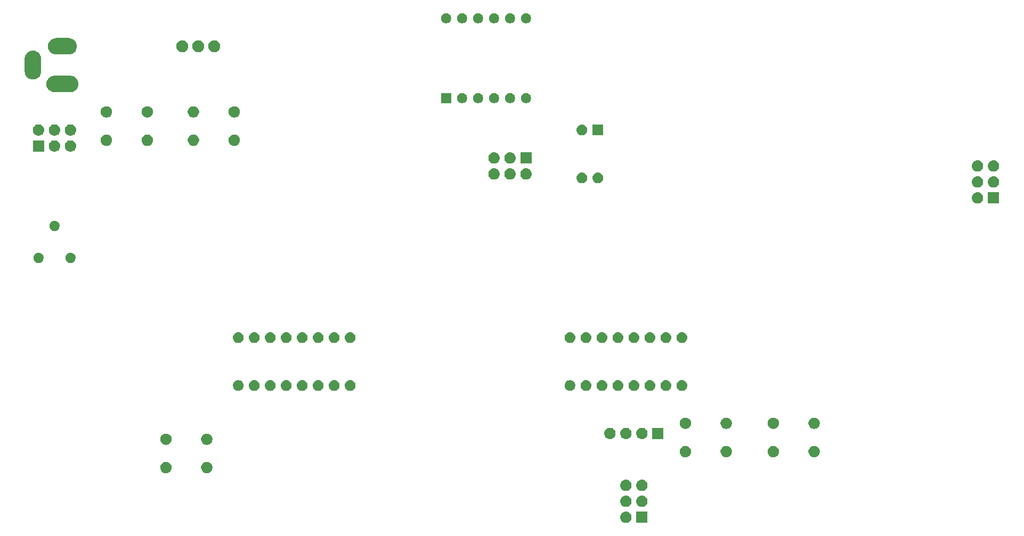
<source format=gbs>
G04 #@! TF.GenerationSoftware,KiCad,Pcbnew,5.1.4+dfsg1-1~bpo10+1*
G04 #@! TF.CreationDate,2019-09-20T11:34:30+08:00*
G04 #@! TF.ProjectId,8-Bit CPU,382d4269-7420-4435-9055-2e6b69636164,rev?*
G04 #@! TF.SameCoordinates,Original*
G04 #@! TF.FileFunction,Soldermask,Bot*
G04 #@! TF.FilePolarity,Negative*
%FSLAX46Y46*%
G04 Gerber Fmt 4.6, Leading zero omitted, Abs format (unit mm)*
G04 Created by KiCad (PCBNEW 5.1.4+dfsg1-1~bpo10+1) date 2019-09-20 11:34:30*
%MOMM*%
%LPD*%
G04 APERTURE LIST*
%ADD10C,0.100000*%
G04 APERTURE END LIST*
D10*
G36*
X138696000Y-138061000D02*
G01*
X136894000Y-138061000D01*
X136894000Y-136259000D01*
X138696000Y-136259000D01*
X138696000Y-138061000D01*
X138696000Y-138061000D01*
G37*
G36*
X135365443Y-136265519D02*
G01*
X135431627Y-136272037D01*
X135601466Y-136323557D01*
X135757991Y-136407222D01*
X135793729Y-136436552D01*
X135895186Y-136519814D01*
X135978448Y-136621271D01*
X136007778Y-136657009D01*
X136091443Y-136813534D01*
X136142963Y-136983373D01*
X136160359Y-137160000D01*
X136142963Y-137336627D01*
X136091443Y-137506466D01*
X136007778Y-137662991D01*
X135978448Y-137698729D01*
X135895186Y-137800186D01*
X135793729Y-137883448D01*
X135757991Y-137912778D01*
X135601466Y-137996443D01*
X135431627Y-138047963D01*
X135365442Y-138054482D01*
X135299260Y-138061000D01*
X135210740Y-138061000D01*
X135144558Y-138054482D01*
X135078373Y-138047963D01*
X134908534Y-137996443D01*
X134752009Y-137912778D01*
X134716271Y-137883448D01*
X134614814Y-137800186D01*
X134531552Y-137698729D01*
X134502222Y-137662991D01*
X134418557Y-137506466D01*
X134367037Y-137336627D01*
X134349641Y-137160000D01*
X134367037Y-136983373D01*
X134418557Y-136813534D01*
X134502222Y-136657009D01*
X134531552Y-136621271D01*
X134614814Y-136519814D01*
X134716271Y-136436552D01*
X134752009Y-136407222D01*
X134908534Y-136323557D01*
X135078373Y-136272037D01*
X135144557Y-136265519D01*
X135210740Y-136259000D01*
X135299260Y-136259000D01*
X135365443Y-136265519D01*
X135365443Y-136265519D01*
G37*
G36*
X135365443Y-133725519D02*
G01*
X135431627Y-133732037D01*
X135601466Y-133783557D01*
X135757991Y-133867222D01*
X135793729Y-133896552D01*
X135895186Y-133979814D01*
X135978448Y-134081271D01*
X136007778Y-134117009D01*
X136091443Y-134273534D01*
X136142963Y-134443373D01*
X136160359Y-134620000D01*
X136142963Y-134796627D01*
X136091443Y-134966466D01*
X136007778Y-135122991D01*
X135978448Y-135158729D01*
X135895186Y-135260186D01*
X135793729Y-135343448D01*
X135757991Y-135372778D01*
X135601466Y-135456443D01*
X135431627Y-135507963D01*
X135365443Y-135514481D01*
X135299260Y-135521000D01*
X135210740Y-135521000D01*
X135144557Y-135514481D01*
X135078373Y-135507963D01*
X134908534Y-135456443D01*
X134752009Y-135372778D01*
X134716271Y-135343448D01*
X134614814Y-135260186D01*
X134531552Y-135158729D01*
X134502222Y-135122991D01*
X134418557Y-134966466D01*
X134367037Y-134796627D01*
X134349641Y-134620000D01*
X134367037Y-134443373D01*
X134418557Y-134273534D01*
X134502222Y-134117009D01*
X134531552Y-134081271D01*
X134614814Y-133979814D01*
X134716271Y-133896552D01*
X134752009Y-133867222D01*
X134908534Y-133783557D01*
X135078373Y-133732037D01*
X135144557Y-133725519D01*
X135210740Y-133719000D01*
X135299260Y-133719000D01*
X135365443Y-133725519D01*
X135365443Y-133725519D01*
G37*
G36*
X137905443Y-133725519D02*
G01*
X137971627Y-133732037D01*
X138141466Y-133783557D01*
X138297991Y-133867222D01*
X138333729Y-133896552D01*
X138435186Y-133979814D01*
X138518448Y-134081271D01*
X138547778Y-134117009D01*
X138631443Y-134273534D01*
X138682963Y-134443373D01*
X138700359Y-134620000D01*
X138682963Y-134796627D01*
X138631443Y-134966466D01*
X138547778Y-135122991D01*
X138518448Y-135158729D01*
X138435186Y-135260186D01*
X138333729Y-135343448D01*
X138297991Y-135372778D01*
X138141466Y-135456443D01*
X137971627Y-135507963D01*
X137905443Y-135514481D01*
X137839260Y-135521000D01*
X137750740Y-135521000D01*
X137684557Y-135514481D01*
X137618373Y-135507963D01*
X137448534Y-135456443D01*
X137292009Y-135372778D01*
X137256271Y-135343448D01*
X137154814Y-135260186D01*
X137071552Y-135158729D01*
X137042222Y-135122991D01*
X136958557Y-134966466D01*
X136907037Y-134796627D01*
X136889641Y-134620000D01*
X136907037Y-134443373D01*
X136958557Y-134273534D01*
X137042222Y-134117009D01*
X137071552Y-134081271D01*
X137154814Y-133979814D01*
X137256271Y-133896552D01*
X137292009Y-133867222D01*
X137448534Y-133783557D01*
X137618373Y-133732037D01*
X137684557Y-133725519D01*
X137750740Y-133719000D01*
X137839260Y-133719000D01*
X137905443Y-133725519D01*
X137905443Y-133725519D01*
G37*
G36*
X135365442Y-131185518D02*
G01*
X135431627Y-131192037D01*
X135601466Y-131243557D01*
X135757991Y-131327222D01*
X135793729Y-131356552D01*
X135895186Y-131439814D01*
X135978448Y-131541271D01*
X136007778Y-131577009D01*
X136091443Y-131733534D01*
X136142963Y-131903373D01*
X136160359Y-132080000D01*
X136142963Y-132256627D01*
X136091443Y-132426466D01*
X136007778Y-132582991D01*
X135978448Y-132618729D01*
X135895186Y-132720186D01*
X135793729Y-132803448D01*
X135757991Y-132832778D01*
X135601466Y-132916443D01*
X135431627Y-132967963D01*
X135365443Y-132974481D01*
X135299260Y-132981000D01*
X135210740Y-132981000D01*
X135144557Y-132974481D01*
X135078373Y-132967963D01*
X134908534Y-132916443D01*
X134752009Y-132832778D01*
X134716271Y-132803448D01*
X134614814Y-132720186D01*
X134531552Y-132618729D01*
X134502222Y-132582991D01*
X134418557Y-132426466D01*
X134367037Y-132256627D01*
X134349641Y-132080000D01*
X134367037Y-131903373D01*
X134418557Y-131733534D01*
X134502222Y-131577009D01*
X134531552Y-131541271D01*
X134614814Y-131439814D01*
X134716271Y-131356552D01*
X134752009Y-131327222D01*
X134908534Y-131243557D01*
X135078373Y-131192037D01*
X135144558Y-131185518D01*
X135210740Y-131179000D01*
X135299260Y-131179000D01*
X135365442Y-131185518D01*
X135365442Y-131185518D01*
G37*
G36*
X137905442Y-131185518D02*
G01*
X137971627Y-131192037D01*
X138141466Y-131243557D01*
X138297991Y-131327222D01*
X138333729Y-131356552D01*
X138435186Y-131439814D01*
X138518448Y-131541271D01*
X138547778Y-131577009D01*
X138631443Y-131733534D01*
X138682963Y-131903373D01*
X138700359Y-132080000D01*
X138682963Y-132256627D01*
X138631443Y-132426466D01*
X138547778Y-132582991D01*
X138518448Y-132618729D01*
X138435186Y-132720186D01*
X138333729Y-132803448D01*
X138297991Y-132832778D01*
X138141466Y-132916443D01*
X137971627Y-132967963D01*
X137905443Y-132974481D01*
X137839260Y-132981000D01*
X137750740Y-132981000D01*
X137684557Y-132974481D01*
X137618373Y-132967963D01*
X137448534Y-132916443D01*
X137292009Y-132832778D01*
X137256271Y-132803448D01*
X137154814Y-132720186D01*
X137071552Y-132618729D01*
X137042222Y-132582991D01*
X136958557Y-132426466D01*
X136907037Y-132256627D01*
X136889641Y-132080000D01*
X136907037Y-131903373D01*
X136958557Y-131733534D01*
X137042222Y-131577009D01*
X137071552Y-131541271D01*
X137154814Y-131439814D01*
X137256271Y-131356552D01*
X137292009Y-131327222D01*
X137448534Y-131243557D01*
X137618373Y-131192037D01*
X137684558Y-131185518D01*
X137750740Y-131179000D01*
X137839260Y-131179000D01*
X137905442Y-131185518D01*
X137905442Y-131185518D01*
G37*
G36*
X68768512Y-128353927D02*
G01*
X68917812Y-128383624D01*
X69081784Y-128451544D01*
X69229354Y-128550147D01*
X69354853Y-128675646D01*
X69453456Y-128823216D01*
X69521376Y-128987188D01*
X69556000Y-129161259D01*
X69556000Y-129338741D01*
X69521376Y-129512812D01*
X69453456Y-129676784D01*
X69354853Y-129824354D01*
X69229354Y-129949853D01*
X69081784Y-130048456D01*
X68917812Y-130116376D01*
X68768512Y-130146073D01*
X68743742Y-130151000D01*
X68566258Y-130151000D01*
X68541488Y-130146073D01*
X68392188Y-130116376D01*
X68228216Y-130048456D01*
X68080646Y-129949853D01*
X67955147Y-129824354D01*
X67856544Y-129676784D01*
X67788624Y-129512812D01*
X67754000Y-129338741D01*
X67754000Y-129161259D01*
X67788624Y-128987188D01*
X67856544Y-128823216D01*
X67955147Y-128675646D01*
X68080646Y-128550147D01*
X68228216Y-128451544D01*
X68392188Y-128383624D01*
X68541488Y-128353927D01*
X68566258Y-128349000D01*
X68743742Y-128349000D01*
X68768512Y-128353927D01*
X68768512Y-128353927D01*
G37*
G36*
X62268512Y-128353927D02*
G01*
X62417812Y-128383624D01*
X62581784Y-128451544D01*
X62729354Y-128550147D01*
X62854853Y-128675646D01*
X62953456Y-128823216D01*
X63021376Y-128987188D01*
X63056000Y-129161259D01*
X63056000Y-129338741D01*
X63021376Y-129512812D01*
X62953456Y-129676784D01*
X62854853Y-129824354D01*
X62729354Y-129949853D01*
X62581784Y-130048456D01*
X62417812Y-130116376D01*
X62268512Y-130146073D01*
X62243742Y-130151000D01*
X62066258Y-130151000D01*
X62041488Y-130146073D01*
X61892188Y-130116376D01*
X61728216Y-130048456D01*
X61580646Y-129949853D01*
X61455147Y-129824354D01*
X61356544Y-129676784D01*
X61288624Y-129512812D01*
X61254000Y-129338741D01*
X61254000Y-129161259D01*
X61288624Y-128987188D01*
X61356544Y-128823216D01*
X61455147Y-128675646D01*
X61580646Y-128550147D01*
X61728216Y-128451544D01*
X61892188Y-128383624D01*
X62041488Y-128353927D01*
X62066258Y-128349000D01*
X62243742Y-128349000D01*
X62268512Y-128353927D01*
X62268512Y-128353927D01*
G37*
G36*
X144818512Y-125813927D02*
G01*
X144967812Y-125843624D01*
X145131784Y-125911544D01*
X145279354Y-126010147D01*
X145404853Y-126135646D01*
X145503456Y-126283216D01*
X145571376Y-126447188D01*
X145606000Y-126621259D01*
X145606000Y-126798741D01*
X145571376Y-126972812D01*
X145503456Y-127136784D01*
X145404853Y-127284354D01*
X145279354Y-127409853D01*
X145131784Y-127508456D01*
X144967812Y-127576376D01*
X144818512Y-127606073D01*
X144793742Y-127611000D01*
X144616258Y-127611000D01*
X144591488Y-127606073D01*
X144442188Y-127576376D01*
X144278216Y-127508456D01*
X144130646Y-127409853D01*
X144005147Y-127284354D01*
X143906544Y-127136784D01*
X143838624Y-126972812D01*
X143804000Y-126798741D01*
X143804000Y-126621259D01*
X143838624Y-126447188D01*
X143906544Y-126283216D01*
X144005147Y-126135646D01*
X144130646Y-126010147D01*
X144278216Y-125911544D01*
X144442188Y-125843624D01*
X144591488Y-125813927D01*
X144616258Y-125809000D01*
X144793742Y-125809000D01*
X144818512Y-125813927D01*
X144818512Y-125813927D01*
G37*
G36*
X158788512Y-125813927D02*
G01*
X158937812Y-125843624D01*
X159101784Y-125911544D01*
X159249354Y-126010147D01*
X159374853Y-126135646D01*
X159473456Y-126283216D01*
X159541376Y-126447188D01*
X159576000Y-126621259D01*
X159576000Y-126798741D01*
X159541376Y-126972812D01*
X159473456Y-127136784D01*
X159374853Y-127284354D01*
X159249354Y-127409853D01*
X159101784Y-127508456D01*
X158937812Y-127576376D01*
X158788512Y-127606073D01*
X158763742Y-127611000D01*
X158586258Y-127611000D01*
X158561488Y-127606073D01*
X158412188Y-127576376D01*
X158248216Y-127508456D01*
X158100646Y-127409853D01*
X157975147Y-127284354D01*
X157876544Y-127136784D01*
X157808624Y-126972812D01*
X157774000Y-126798741D01*
X157774000Y-126621259D01*
X157808624Y-126447188D01*
X157876544Y-126283216D01*
X157975147Y-126135646D01*
X158100646Y-126010147D01*
X158248216Y-125911544D01*
X158412188Y-125843624D01*
X158561488Y-125813927D01*
X158586258Y-125809000D01*
X158763742Y-125809000D01*
X158788512Y-125813927D01*
X158788512Y-125813927D01*
G37*
G36*
X165288512Y-125813927D02*
G01*
X165437812Y-125843624D01*
X165601784Y-125911544D01*
X165749354Y-126010147D01*
X165874853Y-126135646D01*
X165973456Y-126283216D01*
X166041376Y-126447188D01*
X166076000Y-126621259D01*
X166076000Y-126798741D01*
X166041376Y-126972812D01*
X165973456Y-127136784D01*
X165874853Y-127284354D01*
X165749354Y-127409853D01*
X165601784Y-127508456D01*
X165437812Y-127576376D01*
X165288512Y-127606073D01*
X165263742Y-127611000D01*
X165086258Y-127611000D01*
X165061488Y-127606073D01*
X164912188Y-127576376D01*
X164748216Y-127508456D01*
X164600646Y-127409853D01*
X164475147Y-127284354D01*
X164376544Y-127136784D01*
X164308624Y-126972812D01*
X164274000Y-126798741D01*
X164274000Y-126621259D01*
X164308624Y-126447188D01*
X164376544Y-126283216D01*
X164475147Y-126135646D01*
X164600646Y-126010147D01*
X164748216Y-125911544D01*
X164912188Y-125843624D01*
X165061488Y-125813927D01*
X165086258Y-125809000D01*
X165263742Y-125809000D01*
X165288512Y-125813927D01*
X165288512Y-125813927D01*
G37*
G36*
X151318512Y-125813927D02*
G01*
X151467812Y-125843624D01*
X151631784Y-125911544D01*
X151779354Y-126010147D01*
X151904853Y-126135646D01*
X152003456Y-126283216D01*
X152071376Y-126447188D01*
X152106000Y-126621259D01*
X152106000Y-126798741D01*
X152071376Y-126972812D01*
X152003456Y-127136784D01*
X151904853Y-127284354D01*
X151779354Y-127409853D01*
X151631784Y-127508456D01*
X151467812Y-127576376D01*
X151318512Y-127606073D01*
X151293742Y-127611000D01*
X151116258Y-127611000D01*
X151091488Y-127606073D01*
X150942188Y-127576376D01*
X150778216Y-127508456D01*
X150630646Y-127409853D01*
X150505147Y-127284354D01*
X150406544Y-127136784D01*
X150338624Y-126972812D01*
X150304000Y-126798741D01*
X150304000Y-126621259D01*
X150338624Y-126447188D01*
X150406544Y-126283216D01*
X150505147Y-126135646D01*
X150630646Y-126010147D01*
X150778216Y-125911544D01*
X150942188Y-125843624D01*
X151091488Y-125813927D01*
X151116258Y-125809000D01*
X151293742Y-125809000D01*
X151318512Y-125813927D01*
X151318512Y-125813927D01*
G37*
G36*
X62268512Y-123853927D02*
G01*
X62417812Y-123883624D01*
X62581784Y-123951544D01*
X62729354Y-124050147D01*
X62854853Y-124175646D01*
X62953456Y-124323216D01*
X63021376Y-124487188D01*
X63056000Y-124661259D01*
X63056000Y-124838741D01*
X63021376Y-125012812D01*
X62953456Y-125176784D01*
X62854853Y-125324354D01*
X62729354Y-125449853D01*
X62581784Y-125548456D01*
X62417812Y-125616376D01*
X62268512Y-125646073D01*
X62243742Y-125651000D01*
X62066258Y-125651000D01*
X62041488Y-125646073D01*
X61892188Y-125616376D01*
X61728216Y-125548456D01*
X61580646Y-125449853D01*
X61455147Y-125324354D01*
X61356544Y-125176784D01*
X61288624Y-125012812D01*
X61254000Y-124838741D01*
X61254000Y-124661259D01*
X61288624Y-124487188D01*
X61356544Y-124323216D01*
X61455147Y-124175646D01*
X61580646Y-124050147D01*
X61728216Y-123951544D01*
X61892188Y-123883624D01*
X62041488Y-123853927D01*
X62066258Y-123849000D01*
X62243742Y-123849000D01*
X62268512Y-123853927D01*
X62268512Y-123853927D01*
G37*
G36*
X68768512Y-123853927D02*
G01*
X68917812Y-123883624D01*
X69081784Y-123951544D01*
X69229354Y-124050147D01*
X69354853Y-124175646D01*
X69453456Y-124323216D01*
X69521376Y-124487188D01*
X69556000Y-124661259D01*
X69556000Y-124838741D01*
X69521376Y-125012812D01*
X69453456Y-125176784D01*
X69354853Y-125324354D01*
X69229354Y-125449853D01*
X69081784Y-125548456D01*
X68917812Y-125616376D01*
X68768512Y-125646073D01*
X68743742Y-125651000D01*
X68566258Y-125651000D01*
X68541488Y-125646073D01*
X68392188Y-125616376D01*
X68228216Y-125548456D01*
X68080646Y-125449853D01*
X67955147Y-125324354D01*
X67856544Y-125176784D01*
X67788624Y-125012812D01*
X67754000Y-124838741D01*
X67754000Y-124661259D01*
X67788624Y-124487188D01*
X67856544Y-124323216D01*
X67955147Y-124175646D01*
X68080646Y-124050147D01*
X68228216Y-123951544D01*
X68392188Y-123883624D01*
X68541488Y-123853927D01*
X68566258Y-123849000D01*
X68743742Y-123849000D01*
X68768512Y-123853927D01*
X68768512Y-123853927D01*
G37*
G36*
X137905443Y-122930519D02*
G01*
X137971627Y-122937037D01*
X138141466Y-122988557D01*
X138297991Y-123072222D01*
X138333729Y-123101552D01*
X138435186Y-123184814D01*
X138518448Y-123286271D01*
X138547778Y-123322009D01*
X138631443Y-123478534D01*
X138682963Y-123648373D01*
X138700359Y-123825000D01*
X138682963Y-124001627D01*
X138631443Y-124171466D01*
X138547778Y-124327991D01*
X138518448Y-124363729D01*
X138435186Y-124465186D01*
X138333729Y-124548448D01*
X138297991Y-124577778D01*
X138141466Y-124661443D01*
X137971627Y-124712963D01*
X137905443Y-124719481D01*
X137839260Y-124726000D01*
X137750740Y-124726000D01*
X137684557Y-124719481D01*
X137618373Y-124712963D01*
X137448534Y-124661443D01*
X137292009Y-124577778D01*
X137256271Y-124548448D01*
X137154814Y-124465186D01*
X137071552Y-124363729D01*
X137042222Y-124327991D01*
X136958557Y-124171466D01*
X136907037Y-124001627D01*
X136889641Y-123825000D01*
X136907037Y-123648373D01*
X136958557Y-123478534D01*
X137042222Y-123322009D01*
X137071552Y-123286271D01*
X137154814Y-123184814D01*
X137256271Y-123101552D01*
X137292009Y-123072222D01*
X137448534Y-122988557D01*
X137618373Y-122937037D01*
X137684557Y-122930519D01*
X137750740Y-122924000D01*
X137839260Y-122924000D01*
X137905443Y-122930519D01*
X137905443Y-122930519D01*
G37*
G36*
X132825443Y-122930519D02*
G01*
X132891627Y-122937037D01*
X133061466Y-122988557D01*
X133217991Y-123072222D01*
X133253729Y-123101552D01*
X133355186Y-123184814D01*
X133438448Y-123286271D01*
X133467778Y-123322009D01*
X133551443Y-123478534D01*
X133602963Y-123648373D01*
X133620359Y-123825000D01*
X133602963Y-124001627D01*
X133551443Y-124171466D01*
X133467778Y-124327991D01*
X133438448Y-124363729D01*
X133355186Y-124465186D01*
X133253729Y-124548448D01*
X133217991Y-124577778D01*
X133061466Y-124661443D01*
X132891627Y-124712963D01*
X132825443Y-124719481D01*
X132759260Y-124726000D01*
X132670740Y-124726000D01*
X132604557Y-124719481D01*
X132538373Y-124712963D01*
X132368534Y-124661443D01*
X132212009Y-124577778D01*
X132176271Y-124548448D01*
X132074814Y-124465186D01*
X131991552Y-124363729D01*
X131962222Y-124327991D01*
X131878557Y-124171466D01*
X131827037Y-124001627D01*
X131809641Y-123825000D01*
X131827037Y-123648373D01*
X131878557Y-123478534D01*
X131962222Y-123322009D01*
X131991552Y-123286271D01*
X132074814Y-123184814D01*
X132176271Y-123101552D01*
X132212009Y-123072222D01*
X132368534Y-122988557D01*
X132538373Y-122937037D01*
X132604557Y-122930519D01*
X132670740Y-122924000D01*
X132759260Y-122924000D01*
X132825443Y-122930519D01*
X132825443Y-122930519D01*
G37*
G36*
X135365443Y-122930519D02*
G01*
X135431627Y-122937037D01*
X135601466Y-122988557D01*
X135757991Y-123072222D01*
X135793729Y-123101552D01*
X135895186Y-123184814D01*
X135978448Y-123286271D01*
X136007778Y-123322009D01*
X136091443Y-123478534D01*
X136142963Y-123648373D01*
X136160359Y-123825000D01*
X136142963Y-124001627D01*
X136091443Y-124171466D01*
X136007778Y-124327991D01*
X135978448Y-124363729D01*
X135895186Y-124465186D01*
X135793729Y-124548448D01*
X135757991Y-124577778D01*
X135601466Y-124661443D01*
X135431627Y-124712963D01*
X135365443Y-124719481D01*
X135299260Y-124726000D01*
X135210740Y-124726000D01*
X135144557Y-124719481D01*
X135078373Y-124712963D01*
X134908534Y-124661443D01*
X134752009Y-124577778D01*
X134716271Y-124548448D01*
X134614814Y-124465186D01*
X134531552Y-124363729D01*
X134502222Y-124327991D01*
X134418557Y-124171466D01*
X134367037Y-124001627D01*
X134349641Y-123825000D01*
X134367037Y-123648373D01*
X134418557Y-123478534D01*
X134502222Y-123322009D01*
X134531552Y-123286271D01*
X134614814Y-123184814D01*
X134716271Y-123101552D01*
X134752009Y-123072222D01*
X134908534Y-122988557D01*
X135078373Y-122937037D01*
X135144557Y-122930519D01*
X135210740Y-122924000D01*
X135299260Y-122924000D01*
X135365443Y-122930519D01*
X135365443Y-122930519D01*
G37*
G36*
X141236000Y-124726000D02*
G01*
X139434000Y-124726000D01*
X139434000Y-122924000D01*
X141236000Y-122924000D01*
X141236000Y-124726000D01*
X141236000Y-124726000D01*
G37*
G36*
X144818512Y-121313927D02*
G01*
X144967812Y-121343624D01*
X145131784Y-121411544D01*
X145279354Y-121510147D01*
X145404853Y-121635646D01*
X145503456Y-121783216D01*
X145571376Y-121947188D01*
X145606000Y-122121259D01*
X145606000Y-122298741D01*
X145571376Y-122472812D01*
X145503456Y-122636784D01*
X145404853Y-122784354D01*
X145279354Y-122909853D01*
X145131784Y-123008456D01*
X144967812Y-123076376D01*
X144818512Y-123106073D01*
X144793742Y-123111000D01*
X144616258Y-123111000D01*
X144591488Y-123106073D01*
X144442188Y-123076376D01*
X144278216Y-123008456D01*
X144130646Y-122909853D01*
X144005147Y-122784354D01*
X143906544Y-122636784D01*
X143838624Y-122472812D01*
X143804000Y-122298741D01*
X143804000Y-122121259D01*
X143838624Y-121947188D01*
X143906544Y-121783216D01*
X144005147Y-121635646D01*
X144130646Y-121510147D01*
X144278216Y-121411544D01*
X144442188Y-121343624D01*
X144591488Y-121313927D01*
X144616258Y-121309000D01*
X144793742Y-121309000D01*
X144818512Y-121313927D01*
X144818512Y-121313927D01*
G37*
G36*
X151318512Y-121313927D02*
G01*
X151467812Y-121343624D01*
X151631784Y-121411544D01*
X151779354Y-121510147D01*
X151904853Y-121635646D01*
X152003456Y-121783216D01*
X152071376Y-121947188D01*
X152106000Y-122121259D01*
X152106000Y-122298741D01*
X152071376Y-122472812D01*
X152003456Y-122636784D01*
X151904853Y-122784354D01*
X151779354Y-122909853D01*
X151631784Y-123008456D01*
X151467812Y-123076376D01*
X151318512Y-123106073D01*
X151293742Y-123111000D01*
X151116258Y-123111000D01*
X151091488Y-123106073D01*
X150942188Y-123076376D01*
X150778216Y-123008456D01*
X150630646Y-122909853D01*
X150505147Y-122784354D01*
X150406544Y-122636784D01*
X150338624Y-122472812D01*
X150304000Y-122298741D01*
X150304000Y-122121259D01*
X150338624Y-121947188D01*
X150406544Y-121783216D01*
X150505147Y-121635646D01*
X150630646Y-121510147D01*
X150778216Y-121411544D01*
X150942188Y-121343624D01*
X151091488Y-121313927D01*
X151116258Y-121309000D01*
X151293742Y-121309000D01*
X151318512Y-121313927D01*
X151318512Y-121313927D01*
G37*
G36*
X158788512Y-121313927D02*
G01*
X158937812Y-121343624D01*
X159101784Y-121411544D01*
X159249354Y-121510147D01*
X159374853Y-121635646D01*
X159473456Y-121783216D01*
X159541376Y-121947188D01*
X159576000Y-122121259D01*
X159576000Y-122298741D01*
X159541376Y-122472812D01*
X159473456Y-122636784D01*
X159374853Y-122784354D01*
X159249354Y-122909853D01*
X159101784Y-123008456D01*
X158937812Y-123076376D01*
X158788512Y-123106073D01*
X158763742Y-123111000D01*
X158586258Y-123111000D01*
X158561488Y-123106073D01*
X158412188Y-123076376D01*
X158248216Y-123008456D01*
X158100646Y-122909853D01*
X157975147Y-122784354D01*
X157876544Y-122636784D01*
X157808624Y-122472812D01*
X157774000Y-122298741D01*
X157774000Y-122121259D01*
X157808624Y-121947188D01*
X157876544Y-121783216D01*
X157975147Y-121635646D01*
X158100646Y-121510147D01*
X158248216Y-121411544D01*
X158412188Y-121343624D01*
X158561488Y-121313927D01*
X158586258Y-121309000D01*
X158763742Y-121309000D01*
X158788512Y-121313927D01*
X158788512Y-121313927D01*
G37*
G36*
X165288512Y-121313927D02*
G01*
X165437812Y-121343624D01*
X165601784Y-121411544D01*
X165749354Y-121510147D01*
X165874853Y-121635646D01*
X165973456Y-121783216D01*
X166041376Y-121947188D01*
X166076000Y-122121259D01*
X166076000Y-122298741D01*
X166041376Y-122472812D01*
X165973456Y-122636784D01*
X165874853Y-122784354D01*
X165749354Y-122909853D01*
X165601784Y-123008456D01*
X165437812Y-123076376D01*
X165288512Y-123106073D01*
X165263742Y-123111000D01*
X165086258Y-123111000D01*
X165061488Y-123106073D01*
X164912188Y-123076376D01*
X164748216Y-123008456D01*
X164600646Y-122909853D01*
X164475147Y-122784354D01*
X164376544Y-122636784D01*
X164308624Y-122472812D01*
X164274000Y-122298741D01*
X164274000Y-122121259D01*
X164308624Y-121947188D01*
X164376544Y-121783216D01*
X164475147Y-121635646D01*
X164600646Y-121510147D01*
X164748216Y-121411544D01*
X164912188Y-121343624D01*
X165061488Y-121313927D01*
X165086258Y-121309000D01*
X165263742Y-121309000D01*
X165288512Y-121313927D01*
X165288512Y-121313927D01*
G37*
G36*
X129071823Y-115366313D02*
G01*
X129232242Y-115414976D01*
X129299361Y-115450852D01*
X129380078Y-115493996D01*
X129509659Y-115600341D01*
X129616004Y-115729922D01*
X129616005Y-115729924D01*
X129695024Y-115877758D01*
X129743687Y-116038177D01*
X129760117Y-116205000D01*
X129743687Y-116371823D01*
X129695024Y-116532242D01*
X129654477Y-116608100D01*
X129616004Y-116680078D01*
X129509659Y-116809659D01*
X129380078Y-116916004D01*
X129380076Y-116916005D01*
X129232242Y-116995024D01*
X129071823Y-117043687D01*
X128946804Y-117056000D01*
X128863196Y-117056000D01*
X128738177Y-117043687D01*
X128577758Y-116995024D01*
X128429924Y-116916005D01*
X128429922Y-116916004D01*
X128300341Y-116809659D01*
X128193996Y-116680078D01*
X128155523Y-116608100D01*
X128114976Y-116532242D01*
X128066313Y-116371823D01*
X128049883Y-116205000D01*
X128066313Y-116038177D01*
X128114976Y-115877758D01*
X128193995Y-115729924D01*
X128193996Y-115729922D01*
X128300341Y-115600341D01*
X128429922Y-115493996D01*
X128510639Y-115450852D01*
X128577758Y-115414976D01*
X128738177Y-115366313D01*
X128863196Y-115354000D01*
X128946804Y-115354000D01*
X129071823Y-115366313D01*
X129071823Y-115366313D01*
G37*
G36*
X89066823Y-115366313D02*
G01*
X89227242Y-115414976D01*
X89294361Y-115450852D01*
X89375078Y-115493996D01*
X89504659Y-115600341D01*
X89611004Y-115729922D01*
X89611005Y-115729924D01*
X89690024Y-115877758D01*
X89738687Y-116038177D01*
X89755117Y-116205000D01*
X89738687Y-116371823D01*
X89690024Y-116532242D01*
X89649477Y-116608100D01*
X89611004Y-116680078D01*
X89504659Y-116809659D01*
X89375078Y-116916004D01*
X89375076Y-116916005D01*
X89227242Y-116995024D01*
X89066823Y-117043687D01*
X88941804Y-117056000D01*
X88858196Y-117056000D01*
X88733177Y-117043687D01*
X88572758Y-116995024D01*
X88424924Y-116916005D01*
X88424922Y-116916004D01*
X88295341Y-116809659D01*
X88188996Y-116680078D01*
X88150523Y-116608100D01*
X88109976Y-116532242D01*
X88061313Y-116371823D01*
X88044883Y-116205000D01*
X88061313Y-116038177D01*
X88109976Y-115877758D01*
X88188995Y-115729924D01*
X88188996Y-115729922D01*
X88295341Y-115600341D01*
X88424922Y-115493996D01*
X88505639Y-115450852D01*
X88572758Y-115414976D01*
X88733177Y-115366313D01*
X88858196Y-115354000D01*
X88941804Y-115354000D01*
X89066823Y-115366313D01*
X89066823Y-115366313D01*
G37*
G36*
X91606823Y-115366313D02*
G01*
X91767242Y-115414976D01*
X91834361Y-115450852D01*
X91915078Y-115493996D01*
X92044659Y-115600341D01*
X92151004Y-115729922D01*
X92151005Y-115729924D01*
X92230024Y-115877758D01*
X92278687Y-116038177D01*
X92295117Y-116205000D01*
X92278687Y-116371823D01*
X92230024Y-116532242D01*
X92189477Y-116608100D01*
X92151004Y-116680078D01*
X92044659Y-116809659D01*
X91915078Y-116916004D01*
X91915076Y-116916005D01*
X91767242Y-116995024D01*
X91606823Y-117043687D01*
X91481804Y-117056000D01*
X91398196Y-117056000D01*
X91273177Y-117043687D01*
X91112758Y-116995024D01*
X90964924Y-116916005D01*
X90964922Y-116916004D01*
X90835341Y-116809659D01*
X90728996Y-116680078D01*
X90690523Y-116608100D01*
X90649976Y-116532242D01*
X90601313Y-116371823D01*
X90584883Y-116205000D01*
X90601313Y-116038177D01*
X90649976Y-115877758D01*
X90728995Y-115729924D01*
X90728996Y-115729922D01*
X90835341Y-115600341D01*
X90964922Y-115493996D01*
X91045639Y-115450852D01*
X91112758Y-115414976D01*
X91273177Y-115366313D01*
X91398196Y-115354000D01*
X91481804Y-115354000D01*
X91606823Y-115366313D01*
X91606823Y-115366313D01*
G37*
G36*
X134151823Y-115366313D02*
G01*
X134312242Y-115414976D01*
X134379361Y-115450852D01*
X134460078Y-115493996D01*
X134589659Y-115600341D01*
X134696004Y-115729922D01*
X134696005Y-115729924D01*
X134775024Y-115877758D01*
X134823687Y-116038177D01*
X134840117Y-116205000D01*
X134823687Y-116371823D01*
X134775024Y-116532242D01*
X134734477Y-116608100D01*
X134696004Y-116680078D01*
X134589659Y-116809659D01*
X134460078Y-116916004D01*
X134460076Y-116916005D01*
X134312242Y-116995024D01*
X134151823Y-117043687D01*
X134026804Y-117056000D01*
X133943196Y-117056000D01*
X133818177Y-117043687D01*
X133657758Y-116995024D01*
X133509924Y-116916005D01*
X133509922Y-116916004D01*
X133380341Y-116809659D01*
X133273996Y-116680078D01*
X133235523Y-116608100D01*
X133194976Y-116532242D01*
X133146313Y-116371823D01*
X133129883Y-116205000D01*
X133146313Y-116038177D01*
X133194976Y-115877758D01*
X133273995Y-115729924D01*
X133273996Y-115729922D01*
X133380341Y-115600341D01*
X133509922Y-115493996D01*
X133590639Y-115450852D01*
X133657758Y-115414976D01*
X133818177Y-115366313D01*
X133943196Y-115354000D01*
X134026804Y-115354000D01*
X134151823Y-115366313D01*
X134151823Y-115366313D01*
G37*
G36*
X136691823Y-115366313D02*
G01*
X136852242Y-115414976D01*
X136919361Y-115450852D01*
X137000078Y-115493996D01*
X137129659Y-115600341D01*
X137236004Y-115729922D01*
X137236005Y-115729924D01*
X137315024Y-115877758D01*
X137363687Y-116038177D01*
X137380117Y-116205000D01*
X137363687Y-116371823D01*
X137315024Y-116532242D01*
X137274477Y-116608100D01*
X137236004Y-116680078D01*
X137129659Y-116809659D01*
X137000078Y-116916004D01*
X137000076Y-116916005D01*
X136852242Y-116995024D01*
X136691823Y-117043687D01*
X136566804Y-117056000D01*
X136483196Y-117056000D01*
X136358177Y-117043687D01*
X136197758Y-116995024D01*
X136049924Y-116916005D01*
X136049922Y-116916004D01*
X135920341Y-116809659D01*
X135813996Y-116680078D01*
X135775523Y-116608100D01*
X135734976Y-116532242D01*
X135686313Y-116371823D01*
X135669883Y-116205000D01*
X135686313Y-116038177D01*
X135734976Y-115877758D01*
X135813995Y-115729924D01*
X135813996Y-115729922D01*
X135920341Y-115600341D01*
X136049922Y-115493996D01*
X136130639Y-115450852D01*
X136197758Y-115414976D01*
X136358177Y-115366313D01*
X136483196Y-115354000D01*
X136566804Y-115354000D01*
X136691823Y-115366313D01*
X136691823Y-115366313D01*
G37*
G36*
X76366823Y-115366313D02*
G01*
X76527242Y-115414976D01*
X76594361Y-115450852D01*
X76675078Y-115493996D01*
X76804659Y-115600341D01*
X76911004Y-115729922D01*
X76911005Y-115729924D01*
X76990024Y-115877758D01*
X77038687Y-116038177D01*
X77055117Y-116205000D01*
X77038687Y-116371823D01*
X76990024Y-116532242D01*
X76949477Y-116608100D01*
X76911004Y-116680078D01*
X76804659Y-116809659D01*
X76675078Y-116916004D01*
X76675076Y-116916005D01*
X76527242Y-116995024D01*
X76366823Y-117043687D01*
X76241804Y-117056000D01*
X76158196Y-117056000D01*
X76033177Y-117043687D01*
X75872758Y-116995024D01*
X75724924Y-116916005D01*
X75724922Y-116916004D01*
X75595341Y-116809659D01*
X75488996Y-116680078D01*
X75450523Y-116608100D01*
X75409976Y-116532242D01*
X75361313Y-116371823D01*
X75344883Y-116205000D01*
X75361313Y-116038177D01*
X75409976Y-115877758D01*
X75488995Y-115729924D01*
X75488996Y-115729922D01*
X75595341Y-115600341D01*
X75724922Y-115493996D01*
X75805639Y-115450852D01*
X75872758Y-115414976D01*
X76033177Y-115366313D01*
X76158196Y-115354000D01*
X76241804Y-115354000D01*
X76366823Y-115366313D01*
X76366823Y-115366313D01*
G37*
G36*
X81446823Y-115366313D02*
G01*
X81607242Y-115414976D01*
X81674361Y-115450852D01*
X81755078Y-115493996D01*
X81884659Y-115600341D01*
X81991004Y-115729922D01*
X81991005Y-115729924D01*
X82070024Y-115877758D01*
X82118687Y-116038177D01*
X82135117Y-116205000D01*
X82118687Y-116371823D01*
X82070024Y-116532242D01*
X82029477Y-116608100D01*
X81991004Y-116680078D01*
X81884659Y-116809659D01*
X81755078Y-116916004D01*
X81755076Y-116916005D01*
X81607242Y-116995024D01*
X81446823Y-117043687D01*
X81321804Y-117056000D01*
X81238196Y-117056000D01*
X81113177Y-117043687D01*
X80952758Y-116995024D01*
X80804924Y-116916005D01*
X80804922Y-116916004D01*
X80675341Y-116809659D01*
X80568996Y-116680078D01*
X80530523Y-116608100D01*
X80489976Y-116532242D01*
X80441313Y-116371823D01*
X80424883Y-116205000D01*
X80441313Y-116038177D01*
X80489976Y-115877758D01*
X80568995Y-115729924D01*
X80568996Y-115729922D01*
X80675341Y-115600341D01*
X80804922Y-115493996D01*
X80885639Y-115450852D01*
X80952758Y-115414976D01*
X81113177Y-115366313D01*
X81238196Y-115354000D01*
X81321804Y-115354000D01*
X81446823Y-115366313D01*
X81446823Y-115366313D01*
G37*
G36*
X131611823Y-115366313D02*
G01*
X131772242Y-115414976D01*
X131839361Y-115450852D01*
X131920078Y-115493996D01*
X132049659Y-115600341D01*
X132156004Y-115729922D01*
X132156005Y-115729924D01*
X132235024Y-115877758D01*
X132283687Y-116038177D01*
X132300117Y-116205000D01*
X132283687Y-116371823D01*
X132235024Y-116532242D01*
X132194477Y-116608100D01*
X132156004Y-116680078D01*
X132049659Y-116809659D01*
X131920078Y-116916004D01*
X131920076Y-116916005D01*
X131772242Y-116995024D01*
X131611823Y-117043687D01*
X131486804Y-117056000D01*
X131403196Y-117056000D01*
X131278177Y-117043687D01*
X131117758Y-116995024D01*
X130969924Y-116916005D01*
X130969922Y-116916004D01*
X130840341Y-116809659D01*
X130733996Y-116680078D01*
X130695523Y-116608100D01*
X130654976Y-116532242D01*
X130606313Y-116371823D01*
X130589883Y-116205000D01*
X130606313Y-116038177D01*
X130654976Y-115877758D01*
X130733995Y-115729924D01*
X130733996Y-115729922D01*
X130840341Y-115600341D01*
X130969922Y-115493996D01*
X131050639Y-115450852D01*
X131117758Y-115414976D01*
X131278177Y-115366313D01*
X131403196Y-115354000D01*
X131486804Y-115354000D01*
X131611823Y-115366313D01*
X131611823Y-115366313D01*
G37*
G36*
X139231823Y-115366313D02*
G01*
X139392242Y-115414976D01*
X139459361Y-115450852D01*
X139540078Y-115493996D01*
X139669659Y-115600341D01*
X139776004Y-115729922D01*
X139776005Y-115729924D01*
X139855024Y-115877758D01*
X139903687Y-116038177D01*
X139920117Y-116205000D01*
X139903687Y-116371823D01*
X139855024Y-116532242D01*
X139814477Y-116608100D01*
X139776004Y-116680078D01*
X139669659Y-116809659D01*
X139540078Y-116916004D01*
X139540076Y-116916005D01*
X139392242Y-116995024D01*
X139231823Y-117043687D01*
X139106804Y-117056000D01*
X139023196Y-117056000D01*
X138898177Y-117043687D01*
X138737758Y-116995024D01*
X138589924Y-116916005D01*
X138589922Y-116916004D01*
X138460341Y-116809659D01*
X138353996Y-116680078D01*
X138315523Y-116608100D01*
X138274976Y-116532242D01*
X138226313Y-116371823D01*
X138209883Y-116205000D01*
X138226313Y-116038177D01*
X138274976Y-115877758D01*
X138353995Y-115729924D01*
X138353996Y-115729922D01*
X138460341Y-115600341D01*
X138589922Y-115493996D01*
X138670639Y-115450852D01*
X138737758Y-115414976D01*
X138898177Y-115366313D01*
X139023196Y-115354000D01*
X139106804Y-115354000D01*
X139231823Y-115366313D01*
X139231823Y-115366313D01*
G37*
G36*
X73908228Y-115386703D02*
G01*
X74063100Y-115450853D01*
X74202481Y-115543985D01*
X74321015Y-115662519D01*
X74414147Y-115801900D01*
X74478297Y-115956772D01*
X74511000Y-116121184D01*
X74511000Y-116288816D01*
X74478297Y-116453228D01*
X74414147Y-116608100D01*
X74321015Y-116747481D01*
X74202481Y-116866015D01*
X74063100Y-116959147D01*
X73908228Y-117023297D01*
X73743816Y-117056000D01*
X73576184Y-117056000D01*
X73411772Y-117023297D01*
X73256900Y-116959147D01*
X73117519Y-116866015D01*
X72998985Y-116747481D01*
X72905853Y-116608100D01*
X72841703Y-116453228D01*
X72809000Y-116288816D01*
X72809000Y-116121184D01*
X72841703Y-115956772D01*
X72905853Y-115801900D01*
X72998985Y-115662519D01*
X73117519Y-115543985D01*
X73256900Y-115450853D01*
X73411772Y-115386703D01*
X73576184Y-115354000D01*
X73743816Y-115354000D01*
X73908228Y-115386703D01*
X73908228Y-115386703D01*
G37*
G36*
X78906823Y-115366313D02*
G01*
X79067242Y-115414976D01*
X79134361Y-115450852D01*
X79215078Y-115493996D01*
X79344659Y-115600341D01*
X79451004Y-115729922D01*
X79451005Y-115729924D01*
X79530024Y-115877758D01*
X79578687Y-116038177D01*
X79595117Y-116205000D01*
X79578687Y-116371823D01*
X79530024Y-116532242D01*
X79489477Y-116608100D01*
X79451004Y-116680078D01*
X79344659Y-116809659D01*
X79215078Y-116916004D01*
X79215076Y-116916005D01*
X79067242Y-116995024D01*
X78906823Y-117043687D01*
X78781804Y-117056000D01*
X78698196Y-117056000D01*
X78573177Y-117043687D01*
X78412758Y-116995024D01*
X78264924Y-116916005D01*
X78264922Y-116916004D01*
X78135341Y-116809659D01*
X78028996Y-116680078D01*
X77990523Y-116608100D01*
X77949976Y-116532242D01*
X77901313Y-116371823D01*
X77884883Y-116205000D01*
X77901313Y-116038177D01*
X77949976Y-115877758D01*
X78028995Y-115729924D01*
X78028996Y-115729922D01*
X78135341Y-115600341D01*
X78264922Y-115493996D01*
X78345639Y-115450852D01*
X78412758Y-115414976D01*
X78573177Y-115366313D01*
X78698196Y-115354000D01*
X78781804Y-115354000D01*
X78906823Y-115366313D01*
X78906823Y-115366313D01*
G37*
G36*
X141771823Y-115366313D02*
G01*
X141932242Y-115414976D01*
X141999361Y-115450852D01*
X142080078Y-115493996D01*
X142209659Y-115600341D01*
X142316004Y-115729922D01*
X142316005Y-115729924D01*
X142395024Y-115877758D01*
X142443687Y-116038177D01*
X142460117Y-116205000D01*
X142443687Y-116371823D01*
X142395024Y-116532242D01*
X142354477Y-116608100D01*
X142316004Y-116680078D01*
X142209659Y-116809659D01*
X142080078Y-116916004D01*
X142080076Y-116916005D01*
X141932242Y-116995024D01*
X141771823Y-117043687D01*
X141646804Y-117056000D01*
X141563196Y-117056000D01*
X141438177Y-117043687D01*
X141277758Y-116995024D01*
X141129924Y-116916005D01*
X141129922Y-116916004D01*
X141000341Y-116809659D01*
X140893996Y-116680078D01*
X140855523Y-116608100D01*
X140814976Y-116532242D01*
X140766313Y-116371823D01*
X140749883Y-116205000D01*
X140766313Y-116038177D01*
X140814976Y-115877758D01*
X140893995Y-115729924D01*
X140893996Y-115729922D01*
X141000341Y-115600341D01*
X141129922Y-115493996D01*
X141210639Y-115450852D01*
X141277758Y-115414976D01*
X141438177Y-115366313D01*
X141563196Y-115354000D01*
X141646804Y-115354000D01*
X141771823Y-115366313D01*
X141771823Y-115366313D01*
G37*
G36*
X86526823Y-115366313D02*
G01*
X86687242Y-115414976D01*
X86754361Y-115450852D01*
X86835078Y-115493996D01*
X86964659Y-115600341D01*
X87071004Y-115729922D01*
X87071005Y-115729924D01*
X87150024Y-115877758D01*
X87198687Y-116038177D01*
X87215117Y-116205000D01*
X87198687Y-116371823D01*
X87150024Y-116532242D01*
X87109477Y-116608100D01*
X87071004Y-116680078D01*
X86964659Y-116809659D01*
X86835078Y-116916004D01*
X86835076Y-116916005D01*
X86687242Y-116995024D01*
X86526823Y-117043687D01*
X86401804Y-117056000D01*
X86318196Y-117056000D01*
X86193177Y-117043687D01*
X86032758Y-116995024D01*
X85884924Y-116916005D01*
X85884922Y-116916004D01*
X85755341Y-116809659D01*
X85648996Y-116680078D01*
X85610523Y-116608100D01*
X85569976Y-116532242D01*
X85521313Y-116371823D01*
X85504883Y-116205000D01*
X85521313Y-116038177D01*
X85569976Y-115877758D01*
X85648995Y-115729924D01*
X85648996Y-115729922D01*
X85755341Y-115600341D01*
X85884922Y-115493996D01*
X85965639Y-115450852D01*
X86032758Y-115414976D01*
X86193177Y-115366313D01*
X86318196Y-115354000D01*
X86401804Y-115354000D01*
X86526823Y-115366313D01*
X86526823Y-115366313D01*
G37*
G36*
X126613228Y-115386703D02*
G01*
X126768100Y-115450853D01*
X126907481Y-115543985D01*
X127026015Y-115662519D01*
X127119147Y-115801900D01*
X127183297Y-115956772D01*
X127216000Y-116121184D01*
X127216000Y-116288816D01*
X127183297Y-116453228D01*
X127119147Y-116608100D01*
X127026015Y-116747481D01*
X126907481Y-116866015D01*
X126768100Y-116959147D01*
X126613228Y-117023297D01*
X126448816Y-117056000D01*
X126281184Y-117056000D01*
X126116772Y-117023297D01*
X125961900Y-116959147D01*
X125822519Y-116866015D01*
X125703985Y-116747481D01*
X125610853Y-116608100D01*
X125546703Y-116453228D01*
X125514000Y-116288816D01*
X125514000Y-116121184D01*
X125546703Y-115956772D01*
X125610853Y-115801900D01*
X125703985Y-115662519D01*
X125822519Y-115543985D01*
X125961900Y-115450853D01*
X126116772Y-115386703D01*
X126281184Y-115354000D01*
X126448816Y-115354000D01*
X126613228Y-115386703D01*
X126613228Y-115386703D01*
G37*
G36*
X144311823Y-115366313D02*
G01*
X144472242Y-115414976D01*
X144539361Y-115450852D01*
X144620078Y-115493996D01*
X144749659Y-115600341D01*
X144856004Y-115729922D01*
X144856005Y-115729924D01*
X144935024Y-115877758D01*
X144983687Y-116038177D01*
X145000117Y-116205000D01*
X144983687Y-116371823D01*
X144935024Y-116532242D01*
X144894477Y-116608100D01*
X144856004Y-116680078D01*
X144749659Y-116809659D01*
X144620078Y-116916004D01*
X144620076Y-116916005D01*
X144472242Y-116995024D01*
X144311823Y-117043687D01*
X144186804Y-117056000D01*
X144103196Y-117056000D01*
X143978177Y-117043687D01*
X143817758Y-116995024D01*
X143669924Y-116916005D01*
X143669922Y-116916004D01*
X143540341Y-116809659D01*
X143433996Y-116680078D01*
X143395523Y-116608100D01*
X143354976Y-116532242D01*
X143306313Y-116371823D01*
X143289883Y-116205000D01*
X143306313Y-116038177D01*
X143354976Y-115877758D01*
X143433995Y-115729924D01*
X143433996Y-115729922D01*
X143540341Y-115600341D01*
X143669922Y-115493996D01*
X143750639Y-115450852D01*
X143817758Y-115414976D01*
X143978177Y-115366313D01*
X144103196Y-115354000D01*
X144186804Y-115354000D01*
X144311823Y-115366313D01*
X144311823Y-115366313D01*
G37*
G36*
X83986823Y-115366313D02*
G01*
X84147242Y-115414976D01*
X84214361Y-115450852D01*
X84295078Y-115493996D01*
X84424659Y-115600341D01*
X84531004Y-115729922D01*
X84531005Y-115729924D01*
X84610024Y-115877758D01*
X84658687Y-116038177D01*
X84675117Y-116205000D01*
X84658687Y-116371823D01*
X84610024Y-116532242D01*
X84569477Y-116608100D01*
X84531004Y-116680078D01*
X84424659Y-116809659D01*
X84295078Y-116916004D01*
X84295076Y-116916005D01*
X84147242Y-116995024D01*
X83986823Y-117043687D01*
X83861804Y-117056000D01*
X83778196Y-117056000D01*
X83653177Y-117043687D01*
X83492758Y-116995024D01*
X83344924Y-116916005D01*
X83344922Y-116916004D01*
X83215341Y-116809659D01*
X83108996Y-116680078D01*
X83070523Y-116608100D01*
X83029976Y-116532242D01*
X82981313Y-116371823D01*
X82964883Y-116205000D01*
X82981313Y-116038177D01*
X83029976Y-115877758D01*
X83108995Y-115729924D01*
X83108996Y-115729922D01*
X83215341Y-115600341D01*
X83344922Y-115493996D01*
X83425639Y-115450852D01*
X83492758Y-115414976D01*
X83653177Y-115366313D01*
X83778196Y-115354000D01*
X83861804Y-115354000D01*
X83986823Y-115366313D01*
X83986823Y-115366313D01*
G37*
G36*
X139231823Y-107746313D02*
G01*
X139392242Y-107794976D01*
X139524906Y-107865886D01*
X139540078Y-107873996D01*
X139669659Y-107980341D01*
X139776004Y-108109922D01*
X139776005Y-108109924D01*
X139855024Y-108257758D01*
X139903687Y-108418177D01*
X139920117Y-108585000D01*
X139903687Y-108751823D01*
X139855024Y-108912242D01*
X139784114Y-109044906D01*
X139776004Y-109060078D01*
X139669659Y-109189659D01*
X139540078Y-109296004D01*
X139540076Y-109296005D01*
X139392242Y-109375024D01*
X139231823Y-109423687D01*
X139106804Y-109436000D01*
X139023196Y-109436000D01*
X138898177Y-109423687D01*
X138737758Y-109375024D01*
X138589924Y-109296005D01*
X138589922Y-109296004D01*
X138460341Y-109189659D01*
X138353996Y-109060078D01*
X138345886Y-109044906D01*
X138274976Y-108912242D01*
X138226313Y-108751823D01*
X138209883Y-108585000D01*
X138226313Y-108418177D01*
X138274976Y-108257758D01*
X138353995Y-108109924D01*
X138353996Y-108109922D01*
X138460341Y-107980341D01*
X138589922Y-107873996D01*
X138605094Y-107865886D01*
X138737758Y-107794976D01*
X138898177Y-107746313D01*
X139023196Y-107734000D01*
X139106804Y-107734000D01*
X139231823Y-107746313D01*
X139231823Y-107746313D01*
G37*
G36*
X141771823Y-107746313D02*
G01*
X141932242Y-107794976D01*
X142064906Y-107865886D01*
X142080078Y-107873996D01*
X142209659Y-107980341D01*
X142316004Y-108109922D01*
X142316005Y-108109924D01*
X142395024Y-108257758D01*
X142443687Y-108418177D01*
X142460117Y-108585000D01*
X142443687Y-108751823D01*
X142395024Y-108912242D01*
X142324114Y-109044906D01*
X142316004Y-109060078D01*
X142209659Y-109189659D01*
X142080078Y-109296004D01*
X142080076Y-109296005D01*
X141932242Y-109375024D01*
X141771823Y-109423687D01*
X141646804Y-109436000D01*
X141563196Y-109436000D01*
X141438177Y-109423687D01*
X141277758Y-109375024D01*
X141129924Y-109296005D01*
X141129922Y-109296004D01*
X141000341Y-109189659D01*
X140893996Y-109060078D01*
X140885886Y-109044906D01*
X140814976Y-108912242D01*
X140766313Y-108751823D01*
X140749883Y-108585000D01*
X140766313Y-108418177D01*
X140814976Y-108257758D01*
X140893995Y-108109924D01*
X140893996Y-108109922D01*
X141000341Y-107980341D01*
X141129922Y-107873996D01*
X141145094Y-107865886D01*
X141277758Y-107794976D01*
X141438177Y-107746313D01*
X141563196Y-107734000D01*
X141646804Y-107734000D01*
X141771823Y-107746313D01*
X141771823Y-107746313D01*
G37*
G36*
X136691823Y-107746313D02*
G01*
X136852242Y-107794976D01*
X136984906Y-107865886D01*
X137000078Y-107873996D01*
X137129659Y-107980341D01*
X137236004Y-108109922D01*
X137236005Y-108109924D01*
X137315024Y-108257758D01*
X137363687Y-108418177D01*
X137380117Y-108585000D01*
X137363687Y-108751823D01*
X137315024Y-108912242D01*
X137244114Y-109044906D01*
X137236004Y-109060078D01*
X137129659Y-109189659D01*
X137000078Y-109296004D01*
X137000076Y-109296005D01*
X136852242Y-109375024D01*
X136691823Y-109423687D01*
X136566804Y-109436000D01*
X136483196Y-109436000D01*
X136358177Y-109423687D01*
X136197758Y-109375024D01*
X136049924Y-109296005D01*
X136049922Y-109296004D01*
X135920341Y-109189659D01*
X135813996Y-109060078D01*
X135805886Y-109044906D01*
X135734976Y-108912242D01*
X135686313Y-108751823D01*
X135669883Y-108585000D01*
X135686313Y-108418177D01*
X135734976Y-108257758D01*
X135813995Y-108109924D01*
X135813996Y-108109922D01*
X135920341Y-107980341D01*
X136049922Y-107873996D01*
X136065094Y-107865886D01*
X136197758Y-107794976D01*
X136358177Y-107746313D01*
X136483196Y-107734000D01*
X136566804Y-107734000D01*
X136691823Y-107746313D01*
X136691823Y-107746313D01*
G37*
G36*
X134151823Y-107746313D02*
G01*
X134312242Y-107794976D01*
X134444906Y-107865886D01*
X134460078Y-107873996D01*
X134589659Y-107980341D01*
X134696004Y-108109922D01*
X134696005Y-108109924D01*
X134775024Y-108257758D01*
X134823687Y-108418177D01*
X134840117Y-108585000D01*
X134823687Y-108751823D01*
X134775024Y-108912242D01*
X134704114Y-109044906D01*
X134696004Y-109060078D01*
X134589659Y-109189659D01*
X134460078Y-109296004D01*
X134460076Y-109296005D01*
X134312242Y-109375024D01*
X134151823Y-109423687D01*
X134026804Y-109436000D01*
X133943196Y-109436000D01*
X133818177Y-109423687D01*
X133657758Y-109375024D01*
X133509924Y-109296005D01*
X133509922Y-109296004D01*
X133380341Y-109189659D01*
X133273996Y-109060078D01*
X133265886Y-109044906D01*
X133194976Y-108912242D01*
X133146313Y-108751823D01*
X133129883Y-108585000D01*
X133146313Y-108418177D01*
X133194976Y-108257758D01*
X133273995Y-108109924D01*
X133273996Y-108109922D01*
X133380341Y-107980341D01*
X133509922Y-107873996D01*
X133525094Y-107865886D01*
X133657758Y-107794976D01*
X133818177Y-107746313D01*
X133943196Y-107734000D01*
X134026804Y-107734000D01*
X134151823Y-107746313D01*
X134151823Y-107746313D01*
G37*
G36*
X131611823Y-107746313D02*
G01*
X131772242Y-107794976D01*
X131904906Y-107865886D01*
X131920078Y-107873996D01*
X132049659Y-107980341D01*
X132156004Y-108109922D01*
X132156005Y-108109924D01*
X132235024Y-108257758D01*
X132283687Y-108418177D01*
X132300117Y-108585000D01*
X132283687Y-108751823D01*
X132235024Y-108912242D01*
X132164114Y-109044906D01*
X132156004Y-109060078D01*
X132049659Y-109189659D01*
X131920078Y-109296004D01*
X131920076Y-109296005D01*
X131772242Y-109375024D01*
X131611823Y-109423687D01*
X131486804Y-109436000D01*
X131403196Y-109436000D01*
X131278177Y-109423687D01*
X131117758Y-109375024D01*
X130969924Y-109296005D01*
X130969922Y-109296004D01*
X130840341Y-109189659D01*
X130733996Y-109060078D01*
X130725886Y-109044906D01*
X130654976Y-108912242D01*
X130606313Y-108751823D01*
X130589883Y-108585000D01*
X130606313Y-108418177D01*
X130654976Y-108257758D01*
X130733995Y-108109924D01*
X130733996Y-108109922D01*
X130840341Y-107980341D01*
X130969922Y-107873996D01*
X130985094Y-107865886D01*
X131117758Y-107794976D01*
X131278177Y-107746313D01*
X131403196Y-107734000D01*
X131486804Y-107734000D01*
X131611823Y-107746313D01*
X131611823Y-107746313D01*
G37*
G36*
X129071823Y-107746313D02*
G01*
X129232242Y-107794976D01*
X129364906Y-107865886D01*
X129380078Y-107873996D01*
X129509659Y-107980341D01*
X129616004Y-108109922D01*
X129616005Y-108109924D01*
X129695024Y-108257758D01*
X129743687Y-108418177D01*
X129760117Y-108585000D01*
X129743687Y-108751823D01*
X129695024Y-108912242D01*
X129624114Y-109044906D01*
X129616004Y-109060078D01*
X129509659Y-109189659D01*
X129380078Y-109296004D01*
X129380076Y-109296005D01*
X129232242Y-109375024D01*
X129071823Y-109423687D01*
X128946804Y-109436000D01*
X128863196Y-109436000D01*
X128738177Y-109423687D01*
X128577758Y-109375024D01*
X128429924Y-109296005D01*
X128429922Y-109296004D01*
X128300341Y-109189659D01*
X128193996Y-109060078D01*
X128185886Y-109044906D01*
X128114976Y-108912242D01*
X128066313Y-108751823D01*
X128049883Y-108585000D01*
X128066313Y-108418177D01*
X128114976Y-108257758D01*
X128193995Y-108109924D01*
X128193996Y-108109922D01*
X128300341Y-107980341D01*
X128429922Y-107873996D01*
X128445094Y-107865886D01*
X128577758Y-107794976D01*
X128738177Y-107746313D01*
X128863196Y-107734000D01*
X128946804Y-107734000D01*
X129071823Y-107746313D01*
X129071823Y-107746313D01*
G37*
G36*
X126531823Y-107746313D02*
G01*
X126692242Y-107794976D01*
X126824906Y-107865886D01*
X126840078Y-107873996D01*
X126969659Y-107980341D01*
X127076004Y-108109922D01*
X127076005Y-108109924D01*
X127155024Y-108257758D01*
X127203687Y-108418177D01*
X127220117Y-108585000D01*
X127203687Y-108751823D01*
X127155024Y-108912242D01*
X127084114Y-109044906D01*
X127076004Y-109060078D01*
X126969659Y-109189659D01*
X126840078Y-109296004D01*
X126840076Y-109296005D01*
X126692242Y-109375024D01*
X126531823Y-109423687D01*
X126406804Y-109436000D01*
X126323196Y-109436000D01*
X126198177Y-109423687D01*
X126037758Y-109375024D01*
X125889924Y-109296005D01*
X125889922Y-109296004D01*
X125760341Y-109189659D01*
X125653996Y-109060078D01*
X125645886Y-109044906D01*
X125574976Y-108912242D01*
X125526313Y-108751823D01*
X125509883Y-108585000D01*
X125526313Y-108418177D01*
X125574976Y-108257758D01*
X125653995Y-108109924D01*
X125653996Y-108109922D01*
X125760341Y-107980341D01*
X125889922Y-107873996D01*
X125905094Y-107865886D01*
X126037758Y-107794976D01*
X126198177Y-107746313D01*
X126323196Y-107734000D01*
X126406804Y-107734000D01*
X126531823Y-107746313D01*
X126531823Y-107746313D01*
G37*
G36*
X73826823Y-107746313D02*
G01*
X73987242Y-107794976D01*
X74119906Y-107865886D01*
X74135078Y-107873996D01*
X74264659Y-107980341D01*
X74371004Y-108109922D01*
X74371005Y-108109924D01*
X74450024Y-108257758D01*
X74498687Y-108418177D01*
X74515117Y-108585000D01*
X74498687Y-108751823D01*
X74450024Y-108912242D01*
X74379114Y-109044906D01*
X74371004Y-109060078D01*
X74264659Y-109189659D01*
X74135078Y-109296004D01*
X74135076Y-109296005D01*
X73987242Y-109375024D01*
X73826823Y-109423687D01*
X73701804Y-109436000D01*
X73618196Y-109436000D01*
X73493177Y-109423687D01*
X73332758Y-109375024D01*
X73184924Y-109296005D01*
X73184922Y-109296004D01*
X73055341Y-109189659D01*
X72948996Y-109060078D01*
X72940886Y-109044906D01*
X72869976Y-108912242D01*
X72821313Y-108751823D01*
X72804883Y-108585000D01*
X72821313Y-108418177D01*
X72869976Y-108257758D01*
X72948995Y-108109924D01*
X72948996Y-108109922D01*
X73055341Y-107980341D01*
X73184922Y-107873996D01*
X73200094Y-107865886D01*
X73332758Y-107794976D01*
X73493177Y-107746313D01*
X73618196Y-107734000D01*
X73701804Y-107734000D01*
X73826823Y-107746313D01*
X73826823Y-107746313D01*
G37*
G36*
X78906823Y-107746313D02*
G01*
X79067242Y-107794976D01*
X79199906Y-107865886D01*
X79215078Y-107873996D01*
X79344659Y-107980341D01*
X79451004Y-108109922D01*
X79451005Y-108109924D01*
X79530024Y-108257758D01*
X79578687Y-108418177D01*
X79595117Y-108585000D01*
X79578687Y-108751823D01*
X79530024Y-108912242D01*
X79459114Y-109044906D01*
X79451004Y-109060078D01*
X79344659Y-109189659D01*
X79215078Y-109296004D01*
X79215076Y-109296005D01*
X79067242Y-109375024D01*
X78906823Y-109423687D01*
X78781804Y-109436000D01*
X78698196Y-109436000D01*
X78573177Y-109423687D01*
X78412758Y-109375024D01*
X78264924Y-109296005D01*
X78264922Y-109296004D01*
X78135341Y-109189659D01*
X78028996Y-109060078D01*
X78020886Y-109044906D01*
X77949976Y-108912242D01*
X77901313Y-108751823D01*
X77884883Y-108585000D01*
X77901313Y-108418177D01*
X77949976Y-108257758D01*
X78028995Y-108109924D01*
X78028996Y-108109922D01*
X78135341Y-107980341D01*
X78264922Y-107873996D01*
X78280094Y-107865886D01*
X78412758Y-107794976D01*
X78573177Y-107746313D01*
X78698196Y-107734000D01*
X78781804Y-107734000D01*
X78906823Y-107746313D01*
X78906823Y-107746313D01*
G37*
G36*
X76366823Y-107746313D02*
G01*
X76527242Y-107794976D01*
X76659906Y-107865886D01*
X76675078Y-107873996D01*
X76804659Y-107980341D01*
X76911004Y-108109922D01*
X76911005Y-108109924D01*
X76990024Y-108257758D01*
X77038687Y-108418177D01*
X77055117Y-108585000D01*
X77038687Y-108751823D01*
X76990024Y-108912242D01*
X76919114Y-109044906D01*
X76911004Y-109060078D01*
X76804659Y-109189659D01*
X76675078Y-109296004D01*
X76675076Y-109296005D01*
X76527242Y-109375024D01*
X76366823Y-109423687D01*
X76241804Y-109436000D01*
X76158196Y-109436000D01*
X76033177Y-109423687D01*
X75872758Y-109375024D01*
X75724924Y-109296005D01*
X75724922Y-109296004D01*
X75595341Y-109189659D01*
X75488996Y-109060078D01*
X75480886Y-109044906D01*
X75409976Y-108912242D01*
X75361313Y-108751823D01*
X75344883Y-108585000D01*
X75361313Y-108418177D01*
X75409976Y-108257758D01*
X75488995Y-108109924D01*
X75488996Y-108109922D01*
X75595341Y-107980341D01*
X75724922Y-107873996D01*
X75740094Y-107865886D01*
X75872758Y-107794976D01*
X76033177Y-107746313D01*
X76158196Y-107734000D01*
X76241804Y-107734000D01*
X76366823Y-107746313D01*
X76366823Y-107746313D01*
G37*
G36*
X144311823Y-107746313D02*
G01*
X144472242Y-107794976D01*
X144604906Y-107865886D01*
X144620078Y-107873996D01*
X144749659Y-107980341D01*
X144856004Y-108109922D01*
X144856005Y-108109924D01*
X144935024Y-108257758D01*
X144983687Y-108418177D01*
X145000117Y-108585000D01*
X144983687Y-108751823D01*
X144935024Y-108912242D01*
X144864114Y-109044906D01*
X144856004Y-109060078D01*
X144749659Y-109189659D01*
X144620078Y-109296004D01*
X144620076Y-109296005D01*
X144472242Y-109375024D01*
X144311823Y-109423687D01*
X144186804Y-109436000D01*
X144103196Y-109436000D01*
X143978177Y-109423687D01*
X143817758Y-109375024D01*
X143669924Y-109296005D01*
X143669922Y-109296004D01*
X143540341Y-109189659D01*
X143433996Y-109060078D01*
X143425886Y-109044906D01*
X143354976Y-108912242D01*
X143306313Y-108751823D01*
X143289883Y-108585000D01*
X143306313Y-108418177D01*
X143354976Y-108257758D01*
X143433995Y-108109924D01*
X143433996Y-108109922D01*
X143540341Y-107980341D01*
X143669922Y-107873996D01*
X143685094Y-107865886D01*
X143817758Y-107794976D01*
X143978177Y-107746313D01*
X144103196Y-107734000D01*
X144186804Y-107734000D01*
X144311823Y-107746313D01*
X144311823Y-107746313D01*
G37*
G36*
X91606823Y-107746313D02*
G01*
X91767242Y-107794976D01*
X91899906Y-107865886D01*
X91915078Y-107873996D01*
X92044659Y-107980341D01*
X92151004Y-108109922D01*
X92151005Y-108109924D01*
X92230024Y-108257758D01*
X92278687Y-108418177D01*
X92295117Y-108585000D01*
X92278687Y-108751823D01*
X92230024Y-108912242D01*
X92159114Y-109044906D01*
X92151004Y-109060078D01*
X92044659Y-109189659D01*
X91915078Y-109296004D01*
X91915076Y-109296005D01*
X91767242Y-109375024D01*
X91606823Y-109423687D01*
X91481804Y-109436000D01*
X91398196Y-109436000D01*
X91273177Y-109423687D01*
X91112758Y-109375024D01*
X90964924Y-109296005D01*
X90964922Y-109296004D01*
X90835341Y-109189659D01*
X90728996Y-109060078D01*
X90720886Y-109044906D01*
X90649976Y-108912242D01*
X90601313Y-108751823D01*
X90584883Y-108585000D01*
X90601313Y-108418177D01*
X90649976Y-108257758D01*
X90728995Y-108109924D01*
X90728996Y-108109922D01*
X90835341Y-107980341D01*
X90964922Y-107873996D01*
X90980094Y-107865886D01*
X91112758Y-107794976D01*
X91273177Y-107746313D01*
X91398196Y-107734000D01*
X91481804Y-107734000D01*
X91606823Y-107746313D01*
X91606823Y-107746313D01*
G37*
G36*
X89066823Y-107746313D02*
G01*
X89227242Y-107794976D01*
X89359906Y-107865886D01*
X89375078Y-107873996D01*
X89504659Y-107980341D01*
X89611004Y-108109922D01*
X89611005Y-108109924D01*
X89690024Y-108257758D01*
X89738687Y-108418177D01*
X89755117Y-108585000D01*
X89738687Y-108751823D01*
X89690024Y-108912242D01*
X89619114Y-109044906D01*
X89611004Y-109060078D01*
X89504659Y-109189659D01*
X89375078Y-109296004D01*
X89375076Y-109296005D01*
X89227242Y-109375024D01*
X89066823Y-109423687D01*
X88941804Y-109436000D01*
X88858196Y-109436000D01*
X88733177Y-109423687D01*
X88572758Y-109375024D01*
X88424924Y-109296005D01*
X88424922Y-109296004D01*
X88295341Y-109189659D01*
X88188996Y-109060078D01*
X88180886Y-109044906D01*
X88109976Y-108912242D01*
X88061313Y-108751823D01*
X88044883Y-108585000D01*
X88061313Y-108418177D01*
X88109976Y-108257758D01*
X88188995Y-108109924D01*
X88188996Y-108109922D01*
X88295341Y-107980341D01*
X88424922Y-107873996D01*
X88440094Y-107865886D01*
X88572758Y-107794976D01*
X88733177Y-107746313D01*
X88858196Y-107734000D01*
X88941804Y-107734000D01*
X89066823Y-107746313D01*
X89066823Y-107746313D01*
G37*
G36*
X83986823Y-107746313D02*
G01*
X84147242Y-107794976D01*
X84279906Y-107865886D01*
X84295078Y-107873996D01*
X84424659Y-107980341D01*
X84531004Y-108109922D01*
X84531005Y-108109924D01*
X84610024Y-108257758D01*
X84658687Y-108418177D01*
X84675117Y-108585000D01*
X84658687Y-108751823D01*
X84610024Y-108912242D01*
X84539114Y-109044906D01*
X84531004Y-109060078D01*
X84424659Y-109189659D01*
X84295078Y-109296004D01*
X84295076Y-109296005D01*
X84147242Y-109375024D01*
X83986823Y-109423687D01*
X83861804Y-109436000D01*
X83778196Y-109436000D01*
X83653177Y-109423687D01*
X83492758Y-109375024D01*
X83344924Y-109296005D01*
X83344922Y-109296004D01*
X83215341Y-109189659D01*
X83108996Y-109060078D01*
X83100886Y-109044906D01*
X83029976Y-108912242D01*
X82981313Y-108751823D01*
X82964883Y-108585000D01*
X82981313Y-108418177D01*
X83029976Y-108257758D01*
X83108995Y-108109924D01*
X83108996Y-108109922D01*
X83215341Y-107980341D01*
X83344922Y-107873996D01*
X83360094Y-107865886D01*
X83492758Y-107794976D01*
X83653177Y-107746313D01*
X83778196Y-107734000D01*
X83861804Y-107734000D01*
X83986823Y-107746313D01*
X83986823Y-107746313D01*
G37*
G36*
X81446823Y-107746313D02*
G01*
X81607242Y-107794976D01*
X81739906Y-107865886D01*
X81755078Y-107873996D01*
X81884659Y-107980341D01*
X81991004Y-108109922D01*
X81991005Y-108109924D01*
X82070024Y-108257758D01*
X82118687Y-108418177D01*
X82135117Y-108585000D01*
X82118687Y-108751823D01*
X82070024Y-108912242D01*
X81999114Y-109044906D01*
X81991004Y-109060078D01*
X81884659Y-109189659D01*
X81755078Y-109296004D01*
X81755076Y-109296005D01*
X81607242Y-109375024D01*
X81446823Y-109423687D01*
X81321804Y-109436000D01*
X81238196Y-109436000D01*
X81113177Y-109423687D01*
X80952758Y-109375024D01*
X80804924Y-109296005D01*
X80804922Y-109296004D01*
X80675341Y-109189659D01*
X80568996Y-109060078D01*
X80560886Y-109044906D01*
X80489976Y-108912242D01*
X80441313Y-108751823D01*
X80424883Y-108585000D01*
X80441313Y-108418177D01*
X80489976Y-108257758D01*
X80568995Y-108109924D01*
X80568996Y-108109922D01*
X80675341Y-107980341D01*
X80804922Y-107873996D01*
X80820094Y-107865886D01*
X80952758Y-107794976D01*
X81113177Y-107746313D01*
X81238196Y-107734000D01*
X81321804Y-107734000D01*
X81446823Y-107746313D01*
X81446823Y-107746313D01*
G37*
G36*
X86526823Y-107746313D02*
G01*
X86687242Y-107794976D01*
X86819906Y-107865886D01*
X86835078Y-107873996D01*
X86964659Y-107980341D01*
X87071004Y-108109922D01*
X87071005Y-108109924D01*
X87150024Y-108257758D01*
X87198687Y-108418177D01*
X87215117Y-108585000D01*
X87198687Y-108751823D01*
X87150024Y-108912242D01*
X87079114Y-109044906D01*
X87071004Y-109060078D01*
X86964659Y-109189659D01*
X86835078Y-109296004D01*
X86835076Y-109296005D01*
X86687242Y-109375024D01*
X86526823Y-109423687D01*
X86401804Y-109436000D01*
X86318196Y-109436000D01*
X86193177Y-109423687D01*
X86032758Y-109375024D01*
X85884924Y-109296005D01*
X85884922Y-109296004D01*
X85755341Y-109189659D01*
X85648996Y-109060078D01*
X85640886Y-109044906D01*
X85569976Y-108912242D01*
X85521313Y-108751823D01*
X85504883Y-108585000D01*
X85521313Y-108418177D01*
X85569976Y-108257758D01*
X85648995Y-108109924D01*
X85648996Y-108109922D01*
X85755341Y-107980341D01*
X85884922Y-107873996D01*
X85900094Y-107865886D01*
X86032758Y-107794976D01*
X86193177Y-107746313D01*
X86318196Y-107734000D01*
X86401804Y-107734000D01*
X86526823Y-107746313D01*
X86526823Y-107746313D01*
G37*
G36*
X42147142Y-95103242D02*
G01*
X42295101Y-95164529D01*
X42428255Y-95253499D01*
X42541501Y-95366745D01*
X42630471Y-95499899D01*
X42691758Y-95647858D01*
X42723000Y-95804925D01*
X42723000Y-95965075D01*
X42691758Y-96122142D01*
X42630471Y-96270101D01*
X42541501Y-96403255D01*
X42428255Y-96516501D01*
X42295101Y-96605471D01*
X42147142Y-96666758D01*
X41990075Y-96698000D01*
X41829925Y-96698000D01*
X41672858Y-96666758D01*
X41524899Y-96605471D01*
X41391745Y-96516501D01*
X41278499Y-96403255D01*
X41189529Y-96270101D01*
X41128242Y-96122142D01*
X41097000Y-95965075D01*
X41097000Y-95804925D01*
X41128242Y-95647858D01*
X41189529Y-95499899D01*
X41278499Y-95366745D01*
X41391745Y-95253499D01*
X41524899Y-95164529D01*
X41672858Y-95103242D01*
X41829925Y-95072000D01*
X41990075Y-95072000D01*
X42147142Y-95103242D01*
X42147142Y-95103242D01*
G37*
G36*
X47227142Y-95103242D02*
G01*
X47375101Y-95164529D01*
X47508255Y-95253499D01*
X47621501Y-95366745D01*
X47710471Y-95499899D01*
X47771758Y-95647858D01*
X47803000Y-95804925D01*
X47803000Y-95965075D01*
X47771758Y-96122142D01*
X47710471Y-96270101D01*
X47621501Y-96403255D01*
X47508255Y-96516501D01*
X47375101Y-96605471D01*
X47227142Y-96666758D01*
X47070075Y-96698000D01*
X46909925Y-96698000D01*
X46752858Y-96666758D01*
X46604899Y-96605471D01*
X46471745Y-96516501D01*
X46358499Y-96403255D01*
X46269529Y-96270101D01*
X46208242Y-96122142D01*
X46177000Y-95965075D01*
X46177000Y-95804925D01*
X46208242Y-95647858D01*
X46269529Y-95499899D01*
X46358499Y-95366745D01*
X46471745Y-95253499D01*
X46604899Y-95164529D01*
X46752858Y-95103242D01*
X46909925Y-95072000D01*
X47070075Y-95072000D01*
X47227142Y-95103242D01*
X47227142Y-95103242D01*
G37*
G36*
X44687142Y-90023242D02*
G01*
X44835101Y-90084529D01*
X44968255Y-90173499D01*
X45081501Y-90286745D01*
X45170471Y-90419899D01*
X45231758Y-90567858D01*
X45263000Y-90724925D01*
X45263000Y-90885075D01*
X45231758Y-91042142D01*
X45170471Y-91190101D01*
X45081501Y-91323255D01*
X44968255Y-91436501D01*
X44835101Y-91525471D01*
X44687142Y-91586758D01*
X44530075Y-91618000D01*
X44369925Y-91618000D01*
X44212858Y-91586758D01*
X44064899Y-91525471D01*
X43931745Y-91436501D01*
X43818499Y-91323255D01*
X43729529Y-91190101D01*
X43668242Y-91042142D01*
X43637000Y-90885075D01*
X43637000Y-90724925D01*
X43668242Y-90567858D01*
X43729529Y-90419899D01*
X43818499Y-90286745D01*
X43931745Y-90173499D01*
X44064899Y-90084529D01*
X44212858Y-90023242D01*
X44369925Y-89992000D01*
X44530075Y-89992000D01*
X44687142Y-90023242D01*
X44687142Y-90023242D01*
G37*
G36*
X191245442Y-85465518D02*
G01*
X191311627Y-85472037D01*
X191481466Y-85523557D01*
X191637991Y-85607222D01*
X191673729Y-85636552D01*
X191775186Y-85719814D01*
X191858448Y-85821271D01*
X191887778Y-85857009D01*
X191971443Y-86013534D01*
X192022963Y-86183373D01*
X192040359Y-86360000D01*
X192022963Y-86536627D01*
X191971443Y-86706466D01*
X191887778Y-86862991D01*
X191858448Y-86898729D01*
X191775186Y-87000186D01*
X191673729Y-87083448D01*
X191637991Y-87112778D01*
X191481466Y-87196443D01*
X191311627Y-87247963D01*
X191245442Y-87254482D01*
X191179260Y-87261000D01*
X191090740Y-87261000D01*
X191024558Y-87254482D01*
X190958373Y-87247963D01*
X190788534Y-87196443D01*
X190632009Y-87112778D01*
X190596271Y-87083448D01*
X190494814Y-87000186D01*
X190411552Y-86898729D01*
X190382222Y-86862991D01*
X190298557Y-86706466D01*
X190247037Y-86536627D01*
X190229641Y-86360000D01*
X190247037Y-86183373D01*
X190298557Y-86013534D01*
X190382222Y-85857009D01*
X190411552Y-85821271D01*
X190494814Y-85719814D01*
X190596271Y-85636552D01*
X190632009Y-85607222D01*
X190788534Y-85523557D01*
X190958373Y-85472037D01*
X191024558Y-85465518D01*
X191090740Y-85459000D01*
X191179260Y-85459000D01*
X191245442Y-85465518D01*
X191245442Y-85465518D01*
G37*
G36*
X194576000Y-87261000D02*
G01*
X192774000Y-87261000D01*
X192774000Y-85459000D01*
X194576000Y-85459000D01*
X194576000Y-87261000D01*
X194576000Y-87261000D01*
G37*
G36*
X191245443Y-82925519D02*
G01*
X191311627Y-82932037D01*
X191481466Y-82983557D01*
X191637991Y-83067222D01*
X191673729Y-83096552D01*
X191775186Y-83179814D01*
X191858448Y-83281271D01*
X191887778Y-83317009D01*
X191971443Y-83473534D01*
X192022963Y-83643373D01*
X192040359Y-83820000D01*
X192022963Y-83996627D01*
X191971443Y-84166466D01*
X191887778Y-84322991D01*
X191858448Y-84358729D01*
X191775186Y-84460186D01*
X191673729Y-84543448D01*
X191637991Y-84572778D01*
X191481466Y-84656443D01*
X191311627Y-84707963D01*
X191245443Y-84714481D01*
X191179260Y-84721000D01*
X191090740Y-84721000D01*
X191024557Y-84714481D01*
X190958373Y-84707963D01*
X190788534Y-84656443D01*
X190632009Y-84572778D01*
X190596271Y-84543448D01*
X190494814Y-84460186D01*
X190411552Y-84358729D01*
X190382222Y-84322991D01*
X190298557Y-84166466D01*
X190247037Y-83996627D01*
X190229641Y-83820000D01*
X190247037Y-83643373D01*
X190298557Y-83473534D01*
X190382222Y-83317009D01*
X190411552Y-83281271D01*
X190494814Y-83179814D01*
X190596271Y-83096552D01*
X190632009Y-83067222D01*
X190788534Y-82983557D01*
X190958373Y-82932037D01*
X191024557Y-82925519D01*
X191090740Y-82919000D01*
X191179260Y-82919000D01*
X191245443Y-82925519D01*
X191245443Y-82925519D01*
G37*
G36*
X193785443Y-82925519D02*
G01*
X193851627Y-82932037D01*
X194021466Y-82983557D01*
X194177991Y-83067222D01*
X194213729Y-83096552D01*
X194315186Y-83179814D01*
X194398448Y-83281271D01*
X194427778Y-83317009D01*
X194511443Y-83473534D01*
X194562963Y-83643373D01*
X194580359Y-83820000D01*
X194562963Y-83996627D01*
X194511443Y-84166466D01*
X194427778Y-84322991D01*
X194398448Y-84358729D01*
X194315186Y-84460186D01*
X194213729Y-84543448D01*
X194177991Y-84572778D01*
X194021466Y-84656443D01*
X193851627Y-84707963D01*
X193785443Y-84714481D01*
X193719260Y-84721000D01*
X193630740Y-84721000D01*
X193564557Y-84714481D01*
X193498373Y-84707963D01*
X193328534Y-84656443D01*
X193172009Y-84572778D01*
X193136271Y-84543448D01*
X193034814Y-84460186D01*
X192951552Y-84358729D01*
X192922222Y-84322991D01*
X192838557Y-84166466D01*
X192787037Y-83996627D01*
X192769641Y-83820000D01*
X192787037Y-83643373D01*
X192838557Y-83473534D01*
X192922222Y-83317009D01*
X192951552Y-83281271D01*
X193034814Y-83179814D01*
X193136271Y-83096552D01*
X193172009Y-83067222D01*
X193328534Y-82983557D01*
X193498373Y-82932037D01*
X193564557Y-82925519D01*
X193630740Y-82919000D01*
X193719260Y-82919000D01*
X193785443Y-82925519D01*
X193785443Y-82925519D01*
G37*
G36*
X128436823Y-82346313D02*
G01*
X128597242Y-82394976D01*
X128729906Y-82465886D01*
X128745078Y-82473996D01*
X128874659Y-82580341D01*
X128981004Y-82709922D01*
X128981005Y-82709924D01*
X129060024Y-82857758D01*
X129108687Y-83018177D01*
X129125117Y-83185000D01*
X129108687Y-83351823D01*
X129060024Y-83512242D01*
X128989933Y-83643373D01*
X128981004Y-83660078D01*
X128874659Y-83789659D01*
X128745078Y-83896004D01*
X128745076Y-83896005D01*
X128597242Y-83975024D01*
X128436823Y-84023687D01*
X128311804Y-84036000D01*
X128228196Y-84036000D01*
X128103177Y-84023687D01*
X127942758Y-83975024D01*
X127794924Y-83896005D01*
X127794922Y-83896004D01*
X127665341Y-83789659D01*
X127558996Y-83660078D01*
X127550067Y-83643373D01*
X127479976Y-83512242D01*
X127431313Y-83351823D01*
X127414883Y-83185000D01*
X127431313Y-83018177D01*
X127479976Y-82857758D01*
X127558995Y-82709924D01*
X127558996Y-82709922D01*
X127665341Y-82580341D01*
X127794922Y-82473996D01*
X127810094Y-82465886D01*
X127942758Y-82394976D01*
X128103177Y-82346313D01*
X128228196Y-82334000D01*
X128311804Y-82334000D01*
X128436823Y-82346313D01*
X128436823Y-82346313D01*
G37*
G36*
X130976823Y-82346313D02*
G01*
X131137242Y-82394976D01*
X131269906Y-82465886D01*
X131285078Y-82473996D01*
X131414659Y-82580341D01*
X131521004Y-82709922D01*
X131521005Y-82709924D01*
X131600024Y-82857758D01*
X131648687Y-83018177D01*
X131665117Y-83185000D01*
X131648687Y-83351823D01*
X131600024Y-83512242D01*
X131529933Y-83643373D01*
X131521004Y-83660078D01*
X131414659Y-83789659D01*
X131285078Y-83896004D01*
X131285076Y-83896005D01*
X131137242Y-83975024D01*
X130976823Y-84023687D01*
X130851804Y-84036000D01*
X130768196Y-84036000D01*
X130643177Y-84023687D01*
X130482758Y-83975024D01*
X130334924Y-83896005D01*
X130334922Y-83896004D01*
X130205341Y-83789659D01*
X130098996Y-83660078D01*
X130090067Y-83643373D01*
X130019976Y-83512242D01*
X129971313Y-83351823D01*
X129954883Y-83185000D01*
X129971313Y-83018177D01*
X130019976Y-82857758D01*
X130098995Y-82709924D01*
X130098996Y-82709922D01*
X130205341Y-82580341D01*
X130334922Y-82473996D01*
X130350094Y-82465886D01*
X130482758Y-82394976D01*
X130643177Y-82346313D01*
X130768196Y-82334000D01*
X130851804Y-82334000D01*
X130976823Y-82346313D01*
X130976823Y-82346313D01*
G37*
G36*
X116950443Y-81655519D02*
G01*
X117016627Y-81662037D01*
X117186466Y-81713557D01*
X117342991Y-81797222D01*
X117378729Y-81826552D01*
X117480186Y-81909814D01*
X117563448Y-82011271D01*
X117592778Y-82047009D01*
X117676443Y-82203534D01*
X117727963Y-82373373D01*
X117745359Y-82550000D01*
X117727963Y-82726627D01*
X117676443Y-82896466D01*
X117592778Y-83052991D01*
X117563448Y-83088729D01*
X117480186Y-83190186D01*
X117378729Y-83273448D01*
X117342991Y-83302778D01*
X117186466Y-83386443D01*
X117016627Y-83437963D01*
X116950443Y-83444481D01*
X116884260Y-83451000D01*
X116795740Y-83451000D01*
X116729557Y-83444481D01*
X116663373Y-83437963D01*
X116493534Y-83386443D01*
X116337009Y-83302778D01*
X116301271Y-83273448D01*
X116199814Y-83190186D01*
X116116552Y-83088729D01*
X116087222Y-83052991D01*
X116003557Y-82896466D01*
X115952037Y-82726627D01*
X115934641Y-82550000D01*
X115952037Y-82373373D01*
X116003557Y-82203534D01*
X116087222Y-82047009D01*
X116116552Y-82011271D01*
X116199814Y-81909814D01*
X116301271Y-81826552D01*
X116337009Y-81797222D01*
X116493534Y-81713557D01*
X116663373Y-81662037D01*
X116729557Y-81655519D01*
X116795740Y-81649000D01*
X116884260Y-81649000D01*
X116950443Y-81655519D01*
X116950443Y-81655519D01*
G37*
G36*
X114410443Y-81655519D02*
G01*
X114476627Y-81662037D01*
X114646466Y-81713557D01*
X114802991Y-81797222D01*
X114838729Y-81826552D01*
X114940186Y-81909814D01*
X115023448Y-82011271D01*
X115052778Y-82047009D01*
X115136443Y-82203534D01*
X115187963Y-82373373D01*
X115205359Y-82550000D01*
X115187963Y-82726627D01*
X115136443Y-82896466D01*
X115052778Y-83052991D01*
X115023448Y-83088729D01*
X114940186Y-83190186D01*
X114838729Y-83273448D01*
X114802991Y-83302778D01*
X114646466Y-83386443D01*
X114476627Y-83437963D01*
X114410443Y-83444481D01*
X114344260Y-83451000D01*
X114255740Y-83451000D01*
X114189557Y-83444481D01*
X114123373Y-83437963D01*
X113953534Y-83386443D01*
X113797009Y-83302778D01*
X113761271Y-83273448D01*
X113659814Y-83190186D01*
X113576552Y-83088729D01*
X113547222Y-83052991D01*
X113463557Y-82896466D01*
X113412037Y-82726627D01*
X113394641Y-82550000D01*
X113412037Y-82373373D01*
X113463557Y-82203534D01*
X113547222Y-82047009D01*
X113576552Y-82011271D01*
X113659814Y-81909814D01*
X113761271Y-81826552D01*
X113797009Y-81797222D01*
X113953534Y-81713557D01*
X114123373Y-81662037D01*
X114189557Y-81655519D01*
X114255740Y-81649000D01*
X114344260Y-81649000D01*
X114410443Y-81655519D01*
X114410443Y-81655519D01*
G37*
G36*
X119490443Y-81655519D02*
G01*
X119556627Y-81662037D01*
X119726466Y-81713557D01*
X119882991Y-81797222D01*
X119918729Y-81826552D01*
X120020186Y-81909814D01*
X120103448Y-82011271D01*
X120132778Y-82047009D01*
X120216443Y-82203534D01*
X120267963Y-82373373D01*
X120285359Y-82550000D01*
X120267963Y-82726627D01*
X120216443Y-82896466D01*
X120132778Y-83052991D01*
X120103448Y-83088729D01*
X120020186Y-83190186D01*
X119918729Y-83273448D01*
X119882991Y-83302778D01*
X119726466Y-83386443D01*
X119556627Y-83437963D01*
X119490443Y-83444481D01*
X119424260Y-83451000D01*
X119335740Y-83451000D01*
X119269557Y-83444481D01*
X119203373Y-83437963D01*
X119033534Y-83386443D01*
X118877009Y-83302778D01*
X118841271Y-83273448D01*
X118739814Y-83190186D01*
X118656552Y-83088729D01*
X118627222Y-83052991D01*
X118543557Y-82896466D01*
X118492037Y-82726627D01*
X118474641Y-82550000D01*
X118492037Y-82373373D01*
X118543557Y-82203534D01*
X118627222Y-82047009D01*
X118656552Y-82011271D01*
X118739814Y-81909814D01*
X118841271Y-81826552D01*
X118877009Y-81797222D01*
X119033534Y-81713557D01*
X119203373Y-81662037D01*
X119269557Y-81655519D01*
X119335740Y-81649000D01*
X119424260Y-81649000D01*
X119490443Y-81655519D01*
X119490443Y-81655519D01*
G37*
G36*
X191245442Y-80385518D02*
G01*
X191311627Y-80392037D01*
X191481466Y-80443557D01*
X191637991Y-80527222D01*
X191673729Y-80556552D01*
X191775186Y-80639814D01*
X191858448Y-80741271D01*
X191887778Y-80777009D01*
X191971443Y-80933534D01*
X192022963Y-81103373D01*
X192040359Y-81280000D01*
X192022963Y-81456627D01*
X191971443Y-81626466D01*
X191887778Y-81782991D01*
X191858448Y-81818729D01*
X191775186Y-81920186D01*
X191673729Y-82003448D01*
X191637991Y-82032778D01*
X191481466Y-82116443D01*
X191311627Y-82167963D01*
X191245443Y-82174481D01*
X191179260Y-82181000D01*
X191090740Y-82181000D01*
X191024557Y-82174481D01*
X190958373Y-82167963D01*
X190788534Y-82116443D01*
X190632009Y-82032778D01*
X190596271Y-82003448D01*
X190494814Y-81920186D01*
X190411552Y-81818729D01*
X190382222Y-81782991D01*
X190298557Y-81626466D01*
X190247037Y-81456627D01*
X190229641Y-81280000D01*
X190247037Y-81103373D01*
X190298557Y-80933534D01*
X190382222Y-80777009D01*
X190411552Y-80741271D01*
X190494814Y-80639814D01*
X190596271Y-80556552D01*
X190632009Y-80527222D01*
X190788534Y-80443557D01*
X190958373Y-80392037D01*
X191024558Y-80385518D01*
X191090740Y-80379000D01*
X191179260Y-80379000D01*
X191245442Y-80385518D01*
X191245442Y-80385518D01*
G37*
G36*
X193785442Y-80385518D02*
G01*
X193851627Y-80392037D01*
X194021466Y-80443557D01*
X194177991Y-80527222D01*
X194213729Y-80556552D01*
X194315186Y-80639814D01*
X194398448Y-80741271D01*
X194427778Y-80777009D01*
X194511443Y-80933534D01*
X194562963Y-81103373D01*
X194580359Y-81280000D01*
X194562963Y-81456627D01*
X194511443Y-81626466D01*
X194427778Y-81782991D01*
X194398448Y-81818729D01*
X194315186Y-81920186D01*
X194213729Y-82003448D01*
X194177991Y-82032778D01*
X194021466Y-82116443D01*
X193851627Y-82167963D01*
X193785443Y-82174481D01*
X193719260Y-82181000D01*
X193630740Y-82181000D01*
X193564557Y-82174481D01*
X193498373Y-82167963D01*
X193328534Y-82116443D01*
X193172009Y-82032778D01*
X193136271Y-82003448D01*
X193034814Y-81920186D01*
X192951552Y-81818729D01*
X192922222Y-81782991D01*
X192838557Y-81626466D01*
X192787037Y-81456627D01*
X192769641Y-81280000D01*
X192787037Y-81103373D01*
X192838557Y-80933534D01*
X192922222Y-80777009D01*
X192951552Y-80741271D01*
X193034814Y-80639814D01*
X193136271Y-80556552D01*
X193172009Y-80527222D01*
X193328534Y-80443557D01*
X193498373Y-80392037D01*
X193564558Y-80385518D01*
X193630740Y-80379000D01*
X193719260Y-80379000D01*
X193785442Y-80385518D01*
X193785442Y-80385518D01*
G37*
G36*
X116950443Y-79115519D02*
G01*
X117016627Y-79122037D01*
X117186466Y-79173557D01*
X117342991Y-79257222D01*
X117378729Y-79286552D01*
X117480186Y-79369814D01*
X117563448Y-79471271D01*
X117592778Y-79507009D01*
X117676443Y-79663534D01*
X117727963Y-79833373D01*
X117745359Y-80010000D01*
X117727963Y-80186627D01*
X117676443Y-80356466D01*
X117592778Y-80512991D01*
X117563448Y-80548729D01*
X117480186Y-80650186D01*
X117378729Y-80733448D01*
X117342991Y-80762778D01*
X117186466Y-80846443D01*
X117016627Y-80897963D01*
X116950442Y-80904482D01*
X116884260Y-80911000D01*
X116795740Y-80911000D01*
X116729558Y-80904482D01*
X116663373Y-80897963D01*
X116493534Y-80846443D01*
X116337009Y-80762778D01*
X116301271Y-80733448D01*
X116199814Y-80650186D01*
X116116552Y-80548729D01*
X116087222Y-80512991D01*
X116003557Y-80356466D01*
X115952037Y-80186627D01*
X115934641Y-80010000D01*
X115952037Y-79833373D01*
X116003557Y-79663534D01*
X116087222Y-79507009D01*
X116116552Y-79471271D01*
X116199814Y-79369814D01*
X116301271Y-79286552D01*
X116337009Y-79257222D01*
X116493534Y-79173557D01*
X116663373Y-79122037D01*
X116729557Y-79115519D01*
X116795740Y-79109000D01*
X116884260Y-79109000D01*
X116950443Y-79115519D01*
X116950443Y-79115519D01*
G37*
G36*
X120281000Y-80911000D02*
G01*
X118479000Y-80911000D01*
X118479000Y-79109000D01*
X120281000Y-79109000D01*
X120281000Y-80911000D01*
X120281000Y-80911000D01*
G37*
G36*
X114410443Y-79115519D02*
G01*
X114476627Y-79122037D01*
X114646466Y-79173557D01*
X114802991Y-79257222D01*
X114838729Y-79286552D01*
X114940186Y-79369814D01*
X115023448Y-79471271D01*
X115052778Y-79507009D01*
X115136443Y-79663534D01*
X115187963Y-79833373D01*
X115205359Y-80010000D01*
X115187963Y-80186627D01*
X115136443Y-80356466D01*
X115052778Y-80512991D01*
X115023448Y-80548729D01*
X114940186Y-80650186D01*
X114838729Y-80733448D01*
X114802991Y-80762778D01*
X114646466Y-80846443D01*
X114476627Y-80897963D01*
X114410442Y-80904482D01*
X114344260Y-80911000D01*
X114255740Y-80911000D01*
X114189558Y-80904482D01*
X114123373Y-80897963D01*
X113953534Y-80846443D01*
X113797009Y-80762778D01*
X113761271Y-80733448D01*
X113659814Y-80650186D01*
X113576552Y-80548729D01*
X113547222Y-80512991D01*
X113463557Y-80356466D01*
X113412037Y-80186627D01*
X113394641Y-80010000D01*
X113412037Y-79833373D01*
X113463557Y-79663534D01*
X113547222Y-79507009D01*
X113576552Y-79471271D01*
X113659814Y-79369814D01*
X113761271Y-79286552D01*
X113797009Y-79257222D01*
X113953534Y-79173557D01*
X114123373Y-79122037D01*
X114189557Y-79115519D01*
X114255740Y-79109000D01*
X114344260Y-79109000D01*
X114410443Y-79115519D01*
X114410443Y-79115519D01*
G37*
G36*
X47100443Y-77210519D02*
G01*
X47166627Y-77217037D01*
X47336466Y-77268557D01*
X47492991Y-77352222D01*
X47528729Y-77381552D01*
X47630186Y-77464814D01*
X47713448Y-77566271D01*
X47742778Y-77602009D01*
X47826443Y-77758534D01*
X47877963Y-77928373D01*
X47895359Y-78105000D01*
X47877963Y-78281627D01*
X47826443Y-78451466D01*
X47742778Y-78607991D01*
X47713448Y-78643729D01*
X47630186Y-78745186D01*
X47528729Y-78828448D01*
X47492991Y-78857778D01*
X47336466Y-78941443D01*
X47166627Y-78992963D01*
X47100443Y-78999481D01*
X47034260Y-79006000D01*
X46945740Y-79006000D01*
X46879557Y-78999481D01*
X46813373Y-78992963D01*
X46643534Y-78941443D01*
X46487009Y-78857778D01*
X46451271Y-78828448D01*
X46349814Y-78745186D01*
X46266552Y-78643729D01*
X46237222Y-78607991D01*
X46153557Y-78451466D01*
X46102037Y-78281627D01*
X46084641Y-78105000D01*
X46102037Y-77928373D01*
X46153557Y-77758534D01*
X46237222Y-77602009D01*
X46266552Y-77566271D01*
X46349814Y-77464814D01*
X46451271Y-77381552D01*
X46487009Y-77352222D01*
X46643534Y-77268557D01*
X46813373Y-77217037D01*
X46879557Y-77210519D01*
X46945740Y-77204000D01*
X47034260Y-77204000D01*
X47100443Y-77210519D01*
X47100443Y-77210519D01*
G37*
G36*
X44560443Y-77210519D02*
G01*
X44626627Y-77217037D01*
X44796466Y-77268557D01*
X44952991Y-77352222D01*
X44988729Y-77381552D01*
X45090186Y-77464814D01*
X45173448Y-77566271D01*
X45202778Y-77602009D01*
X45286443Y-77758534D01*
X45337963Y-77928373D01*
X45355359Y-78105000D01*
X45337963Y-78281627D01*
X45286443Y-78451466D01*
X45202778Y-78607991D01*
X45173448Y-78643729D01*
X45090186Y-78745186D01*
X44988729Y-78828448D01*
X44952991Y-78857778D01*
X44796466Y-78941443D01*
X44626627Y-78992963D01*
X44560443Y-78999481D01*
X44494260Y-79006000D01*
X44405740Y-79006000D01*
X44339557Y-78999481D01*
X44273373Y-78992963D01*
X44103534Y-78941443D01*
X43947009Y-78857778D01*
X43911271Y-78828448D01*
X43809814Y-78745186D01*
X43726552Y-78643729D01*
X43697222Y-78607991D01*
X43613557Y-78451466D01*
X43562037Y-78281627D01*
X43544641Y-78105000D01*
X43562037Y-77928373D01*
X43613557Y-77758534D01*
X43697222Y-77602009D01*
X43726552Y-77566271D01*
X43809814Y-77464814D01*
X43911271Y-77381552D01*
X43947009Y-77352222D01*
X44103534Y-77268557D01*
X44273373Y-77217037D01*
X44339557Y-77210519D01*
X44405740Y-77204000D01*
X44494260Y-77204000D01*
X44560443Y-77210519D01*
X44560443Y-77210519D01*
G37*
G36*
X42811000Y-79006000D02*
G01*
X41009000Y-79006000D01*
X41009000Y-77204000D01*
X42811000Y-77204000D01*
X42811000Y-79006000D01*
X42811000Y-79006000D01*
G37*
G36*
X59318512Y-76283927D02*
G01*
X59467812Y-76313624D01*
X59631784Y-76381544D01*
X59779354Y-76480147D01*
X59904853Y-76605646D01*
X60003456Y-76753216D01*
X60071376Y-76917188D01*
X60106000Y-77091259D01*
X60106000Y-77268741D01*
X60071376Y-77442812D01*
X60003456Y-77606784D01*
X59904853Y-77754354D01*
X59779354Y-77879853D01*
X59631784Y-77978456D01*
X59467812Y-78046376D01*
X59318512Y-78076073D01*
X59293742Y-78081000D01*
X59116258Y-78081000D01*
X59091488Y-78076073D01*
X58942188Y-78046376D01*
X58778216Y-77978456D01*
X58630646Y-77879853D01*
X58505147Y-77754354D01*
X58406544Y-77606784D01*
X58338624Y-77442812D01*
X58304000Y-77268741D01*
X58304000Y-77091259D01*
X58338624Y-76917188D01*
X58406544Y-76753216D01*
X58505147Y-76605646D01*
X58630646Y-76480147D01*
X58778216Y-76381544D01*
X58942188Y-76313624D01*
X59091488Y-76283927D01*
X59116258Y-76279000D01*
X59293742Y-76279000D01*
X59318512Y-76283927D01*
X59318512Y-76283927D01*
G37*
G36*
X73138512Y-76283927D02*
G01*
X73287812Y-76313624D01*
X73451784Y-76381544D01*
X73599354Y-76480147D01*
X73724853Y-76605646D01*
X73823456Y-76753216D01*
X73891376Y-76917188D01*
X73926000Y-77091259D01*
X73926000Y-77268741D01*
X73891376Y-77442812D01*
X73823456Y-77606784D01*
X73724853Y-77754354D01*
X73599354Y-77879853D01*
X73451784Y-77978456D01*
X73287812Y-78046376D01*
X73138512Y-78076073D01*
X73113742Y-78081000D01*
X72936258Y-78081000D01*
X72911488Y-78076073D01*
X72762188Y-78046376D01*
X72598216Y-77978456D01*
X72450646Y-77879853D01*
X72325147Y-77754354D01*
X72226544Y-77606784D01*
X72158624Y-77442812D01*
X72124000Y-77268741D01*
X72124000Y-77091259D01*
X72158624Y-76917188D01*
X72226544Y-76753216D01*
X72325147Y-76605646D01*
X72450646Y-76480147D01*
X72598216Y-76381544D01*
X72762188Y-76313624D01*
X72911488Y-76283927D01*
X72936258Y-76279000D01*
X73113742Y-76279000D01*
X73138512Y-76283927D01*
X73138512Y-76283927D01*
G37*
G36*
X52818512Y-76283927D02*
G01*
X52967812Y-76313624D01*
X53131784Y-76381544D01*
X53279354Y-76480147D01*
X53404853Y-76605646D01*
X53503456Y-76753216D01*
X53571376Y-76917188D01*
X53606000Y-77091259D01*
X53606000Y-77268741D01*
X53571376Y-77442812D01*
X53503456Y-77606784D01*
X53404853Y-77754354D01*
X53279354Y-77879853D01*
X53131784Y-77978456D01*
X52967812Y-78046376D01*
X52818512Y-78076073D01*
X52793742Y-78081000D01*
X52616258Y-78081000D01*
X52591488Y-78076073D01*
X52442188Y-78046376D01*
X52278216Y-77978456D01*
X52130646Y-77879853D01*
X52005147Y-77754354D01*
X51906544Y-77606784D01*
X51838624Y-77442812D01*
X51804000Y-77268741D01*
X51804000Y-77091259D01*
X51838624Y-76917188D01*
X51906544Y-76753216D01*
X52005147Y-76605646D01*
X52130646Y-76480147D01*
X52278216Y-76381544D01*
X52442188Y-76313624D01*
X52591488Y-76283927D01*
X52616258Y-76279000D01*
X52793742Y-76279000D01*
X52818512Y-76283927D01*
X52818512Y-76283927D01*
G37*
G36*
X66638512Y-76283927D02*
G01*
X66787812Y-76313624D01*
X66951784Y-76381544D01*
X67099354Y-76480147D01*
X67224853Y-76605646D01*
X67323456Y-76753216D01*
X67391376Y-76917188D01*
X67426000Y-77091259D01*
X67426000Y-77268741D01*
X67391376Y-77442812D01*
X67323456Y-77606784D01*
X67224853Y-77754354D01*
X67099354Y-77879853D01*
X66951784Y-77978456D01*
X66787812Y-78046376D01*
X66638512Y-78076073D01*
X66613742Y-78081000D01*
X66436258Y-78081000D01*
X66411488Y-78076073D01*
X66262188Y-78046376D01*
X66098216Y-77978456D01*
X65950646Y-77879853D01*
X65825147Y-77754354D01*
X65726544Y-77606784D01*
X65658624Y-77442812D01*
X65624000Y-77268741D01*
X65624000Y-77091259D01*
X65658624Y-76917188D01*
X65726544Y-76753216D01*
X65825147Y-76605646D01*
X65950646Y-76480147D01*
X66098216Y-76381544D01*
X66262188Y-76313624D01*
X66411488Y-76283927D01*
X66436258Y-76279000D01*
X66613742Y-76279000D01*
X66638512Y-76283927D01*
X66638512Y-76283927D01*
G37*
G36*
X47100442Y-74670518D02*
G01*
X47166627Y-74677037D01*
X47336466Y-74728557D01*
X47492991Y-74812222D01*
X47528729Y-74841552D01*
X47630186Y-74924814D01*
X47713448Y-75026271D01*
X47742778Y-75062009D01*
X47826443Y-75218534D01*
X47877963Y-75388373D01*
X47895359Y-75565000D01*
X47877963Y-75741627D01*
X47826443Y-75911466D01*
X47742778Y-76067991D01*
X47713448Y-76103729D01*
X47630186Y-76205186D01*
X47540242Y-76279000D01*
X47492991Y-76317778D01*
X47336466Y-76401443D01*
X47166627Y-76452963D01*
X47100443Y-76459481D01*
X47034260Y-76466000D01*
X46945740Y-76466000D01*
X46879557Y-76459481D01*
X46813373Y-76452963D01*
X46643534Y-76401443D01*
X46487009Y-76317778D01*
X46439758Y-76279000D01*
X46349814Y-76205186D01*
X46266552Y-76103729D01*
X46237222Y-76067991D01*
X46153557Y-75911466D01*
X46102037Y-75741627D01*
X46084641Y-75565000D01*
X46102037Y-75388373D01*
X46153557Y-75218534D01*
X46237222Y-75062009D01*
X46266552Y-75026271D01*
X46349814Y-74924814D01*
X46451271Y-74841552D01*
X46487009Y-74812222D01*
X46643534Y-74728557D01*
X46813373Y-74677037D01*
X46879558Y-74670518D01*
X46945740Y-74664000D01*
X47034260Y-74664000D01*
X47100442Y-74670518D01*
X47100442Y-74670518D01*
G37*
G36*
X44560442Y-74670518D02*
G01*
X44626627Y-74677037D01*
X44796466Y-74728557D01*
X44952991Y-74812222D01*
X44988729Y-74841552D01*
X45090186Y-74924814D01*
X45173448Y-75026271D01*
X45202778Y-75062009D01*
X45286443Y-75218534D01*
X45337963Y-75388373D01*
X45355359Y-75565000D01*
X45337963Y-75741627D01*
X45286443Y-75911466D01*
X45202778Y-76067991D01*
X45173448Y-76103729D01*
X45090186Y-76205186D01*
X45000242Y-76279000D01*
X44952991Y-76317778D01*
X44796466Y-76401443D01*
X44626627Y-76452963D01*
X44560443Y-76459481D01*
X44494260Y-76466000D01*
X44405740Y-76466000D01*
X44339557Y-76459481D01*
X44273373Y-76452963D01*
X44103534Y-76401443D01*
X43947009Y-76317778D01*
X43899758Y-76279000D01*
X43809814Y-76205186D01*
X43726552Y-76103729D01*
X43697222Y-76067991D01*
X43613557Y-75911466D01*
X43562037Y-75741627D01*
X43544641Y-75565000D01*
X43562037Y-75388373D01*
X43613557Y-75218534D01*
X43697222Y-75062009D01*
X43726552Y-75026271D01*
X43809814Y-74924814D01*
X43911271Y-74841552D01*
X43947009Y-74812222D01*
X44103534Y-74728557D01*
X44273373Y-74677037D01*
X44339558Y-74670518D01*
X44405740Y-74664000D01*
X44494260Y-74664000D01*
X44560442Y-74670518D01*
X44560442Y-74670518D01*
G37*
G36*
X42020442Y-74670518D02*
G01*
X42086627Y-74677037D01*
X42256466Y-74728557D01*
X42412991Y-74812222D01*
X42448729Y-74841552D01*
X42550186Y-74924814D01*
X42633448Y-75026271D01*
X42662778Y-75062009D01*
X42746443Y-75218534D01*
X42797963Y-75388373D01*
X42815359Y-75565000D01*
X42797963Y-75741627D01*
X42746443Y-75911466D01*
X42662778Y-76067991D01*
X42633448Y-76103729D01*
X42550186Y-76205186D01*
X42460242Y-76279000D01*
X42412991Y-76317778D01*
X42256466Y-76401443D01*
X42086627Y-76452963D01*
X42020443Y-76459481D01*
X41954260Y-76466000D01*
X41865740Y-76466000D01*
X41799557Y-76459481D01*
X41733373Y-76452963D01*
X41563534Y-76401443D01*
X41407009Y-76317778D01*
X41359758Y-76279000D01*
X41269814Y-76205186D01*
X41186552Y-76103729D01*
X41157222Y-76067991D01*
X41073557Y-75911466D01*
X41022037Y-75741627D01*
X41004641Y-75565000D01*
X41022037Y-75388373D01*
X41073557Y-75218534D01*
X41157222Y-75062009D01*
X41186552Y-75026271D01*
X41269814Y-74924814D01*
X41371271Y-74841552D01*
X41407009Y-74812222D01*
X41563534Y-74728557D01*
X41733373Y-74677037D01*
X41799558Y-74670518D01*
X41865740Y-74664000D01*
X41954260Y-74664000D01*
X42020442Y-74670518D01*
X42020442Y-74670518D01*
G37*
G36*
X131661000Y-76416000D02*
G01*
X129959000Y-76416000D01*
X129959000Y-74714000D01*
X131661000Y-74714000D01*
X131661000Y-76416000D01*
X131661000Y-76416000D01*
G37*
G36*
X128436823Y-74726313D02*
G01*
X128597242Y-74774976D01*
X128666922Y-74812221D01*
X128745078Y-74853996D01*
X128874659Y-74960341D01*
X128981004Y-75089922D01*
X128981005Y-75089924D01*
X129060024Y-75237758D01*
X129108687Y-75398177D01*
X129125117Y-75565000D01*
X129108687Y-75731823D01*
X129060024Y-75892242D01*
X129049747Y-75911468D01*
X128981004Y-76040078D01*
X128874659Y-76169659D01*
X128745078Y-76276004D01*
X128745076Y-76276005D01*
X128597242Y-76355024D01*
X128436823Y-76403687D01*
X128311804Y-76416000D01*
X128228196Y-76416000D01*
X128103177Y-76403687D01*
X127942758Y-76355024D01*
X127794924Y-76276005D01*
X127794922Y-76276004D01*
X127665341Y-76169659D01*
X127558996Y-76040078D01*
X127490253Y-75911468D01*
X127479976Y-75892242D01*
X127431313Y-75731823D01*
X127414883Y-75565000D01*
X127431313Y-75398177D01*
X127479976Y-75237758D01*
X127558995Y-75089924D01*
X127558996Y-75089922D01*
X127665341Y-74960341D01*
X127794922Y-74853996D01*
X127873078Y-74812221D01*
X127942758Y-74774976D01*
X128103177Y-74726313D01*
X128228196Y-74714000D01*
X128311804Y-74714000D01*
X128436823Y-74726313D01*
X128436823Y-74726313D01*
G37*
G36*
X59318512Y-71783927D02*
G01*
X59467812Y-71813624D01*
X59631784Y-71881544D01*
X59779354Y-71980147D01*
X59904853Y-72105646D01*
X60003456Y-72253216D01*
X60071376Y-72417188D01*
X60106000Y-72591259D01*
X60106000Y-72768741D01*
X60071376Y-72942812D01*
X60003456Y-73106784D01*
X59904853Y-73254354D01*
X59779354Y-73379853D01*
X59631784Y-73478456D01*
X59467812Y-73546376D01*
X59318512Y-73576073D01*
X59293742Y-73581000D01*
X59116258Y-73581000D01*
X59091488Y-73576073D01*
X58942188Y-73546376D01*
X58778216Y-73478456D01*
X58630646Y-73379853D01*
X58505147Y-73254354D01*
X58406544Y-73106784D01*
X58338624Y-72942812D01*
X58304000Y-72768741D01*
X58304000Y-72591259D01*
X58338624Y-72417188D01*
X58406544Y-72253216D01*
X58505147Y-72105646D01*
X58630646Y-71980147D01*
X58778216Y-71881544D01*
X58942188Y-71813624D01*
X59091488Y-71783927D01*
X59116258Y-71779000D01*
X59293742Y-71779000D01*
X59318512Y-71783927D01*
X59318512Y-71783927D01*
G37*
G36*
X52818512Y-71783927D02*
G01*
X52967812Y-71813624D01*
X53131784Y-71881544D01*
X53279354Y-71980147D01*
X53404853Y-72105646D01*
X53503456Y-72253216D01*
X53571376Y-72417188D01*
X53606000Y-72591259D01*
X53606000Y-72768741D01*
X53571376Y-72942812D01*
X53503456Y-73106784D01*
X53404853Y-73254354D01*
X53279354Y-73379853D01*
X53131784Y-73478456D01*
X52967812Y-73546376D01*
X52818512Y-73576073D01*
X52793742Y-73581000D01*
X52616258Y-73581000D01*
X52591488Y-73576073D01*
X52442188Y-73546376D01*
X52278216Y-73478456D01*
X52130646Y-73379853D01*
X52005147Y-73254354D01*
X51906544Y-73106784D01*
X51838624Y-72942812D01*
X51804000Y-72768741D01*
X51804000Y-72591259D01*
X51838624Y-72417188D01*
X51906544Y-72253216D01*
X52005147Y-72105646D01*
X52130646Y-71980147D01*
X52278216Y-71881544D01*
X52442188Y-71813624D01*
X52591488Y-71783927D01*
X52616258Y-71779000D01*
X52793742Y-71779000D01*
X52818512Y-71783927D01*
X52818512Y-71783927D01*
G37*
G36*
X73138512Y-71783927D02*
G01*
X73287812Y-71813624D01*
X73451784Y-71881544D01*
X73599354Y-71980147D01*
X73724853Y-72105646D01*
X73823456Y-72253216D01*
X73891376Y-72417188D01*
X73926000Y-72591259D01*
X73926000Y-72768741D01*
X73891376Y-72942812D01*
X73823456Y-73106784D01*
X73724853Y-73254354D01*
X73599354Y-73379853D01*
X73451784Y-73478456D01*
X73287812Y-73546376D01*
X73138512Y-73576073D01*
X73113742Y-73581000D01*
X72936258Y-73581000D01*
X72911488Y-73576073D01*
X72762188Y-73546376D01*
X72598216Y-73478456D01*
X72450646Y-73379853D01*
X72325147Y-73254354D01*
X72226544Y-73106784D01*
X72158624Y-72942812D01*
X72124000Y-72768741D01*
X72124000Y-72591259D01*
X72158624Y-72417188D01*
X72226544Y-72253216D01*
X72325147Y-72105646D01*
X72450646Y-71980147D01*
X72598216Y-71881544D01*
X72762188Y-71813624D01*
X72911488Y-71783927D01*
X72936258Y-71779000D01*
X73113742Y-71779000D01*
X73138512Y-71783927D01*
X73138512Y-71783927D01*
G37*
G36*
X66638512Y-71783927D02*
G01*
X66787812Y-71813624D01*
X66951784Y-71881544D01*
X67099354Y-71980147D01*
X67224853Y-72105646D01*
X67323456Y-72253216D01*
X67391376Y-72417188D01*
X67426000Y-72591259D01*
X67426000Y-72768741D01*
X67391376Y-72942812D01*
X67323456Y-73106784D01*
X67224853Y-73254354D01*
X67099354Y-73379853D01*
X66951784Y-73478456D01*
X66787812Y-73546376D01*
X66638512Y-73576073D01*
X66613742Y-73581000D01*
X66436258Y-73581000D01*
X66411488Y-73576073D01*
X66262188Y-73546376D01*
X66098216Y-73478456D01*
X65950646Y-73379853D01*
X65825147Y-73254354D01*
X65726544Y-73106784D01*
X65658624Y-72942812D01*
X65624000Y-72768741D01*
X65624000Y-72591259D01*
X65658624Y-72417188D01*
X65726544Y-72253216D01*
X65825147Y-72105646D01*
X65950646Y-71980147D01*
X66098216Y-71881544D01*
X66262188Y-71813624D01*
X66411488Y-71783927D01*
X66436258Y-71779000D01*
X66613742Y-71779000D01*
X66638512Y-71783927D01*
X66638512Y-71783927D01*
G37*
G36*
X114533642Y-69714781D02*
G01*
X114679414Y-69775162D01*
X114679416Y-69775163D01*
X114810608Y-69862822D01*
X114922178Y-69974392D01*
X115009837Y-70105584D01*
X115009838Y-70105586D01*
X115070219Y-70251358D01*
X115101000Y-70406107D01*
X115101000Y-70563893D01*
X115070219Y-70718642D01*
X115009838Y-70864414D01*
X115009837Y-70864416D01*
X114922178Y-70995608D01*
X114810608Y-71107178D01*
X114679416Y-71194837D01*
X114679415Y-71194838D01*
X114679414Y-71194838D01*
X114533642Y-71255219D01*
X114378893Y-71286000D01*
X114221107Y-71286000D01*
X114066358Y-71255219D01*
X113920586Y-71194838D01*
X113920585Y-71194838D01*
X113920584Y-71194837D01*
X113789392Y-71107178D01*
X113677822Y-70995608D01*
X113590163Y-70864416D01*
X113590162Y-70864414D01*
X113529781Y-70718642D01*
X113499000Y-70563893D01*
X113499000Y-70406107D01*
X113529781Y-70251358D01*
X113590162Y-70105586D01*
X113590163Y-70105584D01*
X113677822Y-69974392D01*
X113789392Y-69862822D01*
X113920584Y-69775163D01*
X113920586Y-69775162D01*
X114066358Y-69714781D01*
X114221107Y-69684000D01*
X114378893Y-69684000D01*
X114533642Y-69714781D01*
X114533642Y-69714781D01*
G37*
G36*
X107481000Y-71286000D02*
G01*
X105879000Y-71286000D01*
X105879000Y-69684000D01*
X107481000Y-69684000D01*
X107481000Y-71286000D01*
X107481000Y-71286000D01*
G37*
G36*
X111993642Y-69714781D02*
G01*
X112139414Y-69775162D01*
X112139416Y-69775163D01*
X112270608Y-69862822D01*
X112382178Y-69974392D01*
X112469837Y-70105584D01*
X112469838Y-70105586D01*
X112530219Y-70251358D01*
X112561000Y-70406107D01*
X112561000Y-70563893D01*
X112530219Y-70718642D01*
X112469838Y-70864414D01*
X112469837Y-70864416D01*
X112382178Y-70995608D01*
X112270608Y-71107178D01*
X112139416Y-71194837D01*
X112139415Y-71194838D01*
X112139414Y-71194838D01*
X111993642Y-71255219D01*
X111838893Y-71286000D01*
X111681107Y-71286000D01*
X111526358Y-71255219D01*
X111380586Y-71194838D01*
X111380585Y-71194838D01*
X111380584Y-71194837D01*
X111249392Y-71107178D01*
X111137822Y-70995608D01*
X111050163Y-70864416D01*
X111050162Y-70864414D01*
X110989781Y-70718642D01*
X110959000Y-70563893D01*
X110959000Y-70406107D01*
X110989781Y-70251358D01*
X111050162Y-70105586D01*
X111050163Y-70105584D01*
X111137822Y-69974392D01*
X111249392Y-69862822D01*
X111380584Y-69775163D01*
X111380586Y-69775162D01*
X111526358Y-69714781D01*
X111681107Y-69684000D01*
X111838893Y-69684000D01*
X111993642Y-69714781D01*
X111993642Y-69714781D01*
G37*
G36*
X117073642Y-69714781D02*
G01*
X117219414Y-69775162D01*
X117219416Y-69775163D01*
X117350608Y-69862822D01*
X117462178Y-69974392D01*
X117549837Y-70105584D01*
X117549838Y-70105586D01*
X117610219Y-70251358D01*
X117641000Y-70406107D01*
X117641000Y-70563893D01*
X117610219Y-70718642D01*
X117549838Y-70864414D01*
X117549837Y-70864416D01*
X117462178Y-70995608D01*
X117350608Y-71107178D01*
X117219416Y-71194837D01*
X117219415Y-71194838D01*
X117219414Y-71194838D01*
X117073642Y-71255219D01*
X116918893Y-71286000D01*
X116761107Y-71286000D01*
X116606358Y-71255219D01*
X116460586Y-71194838D01*
X116460585Y-71194838D01*
X116460584Y-71194837D01*
X116329392Y-71107178D01*
X116217822Y-70995608D01*
X116130163Y-70864416D01*
X116130162Y-70864414D01*
X116069781Y-70718642D01*
X116039000Y-70563893D01*
X116039000Y-70406107D01*
X116069781Y-70251358D01*
X116130162Y-70105586D01*
X116130163Y-70105584D01*
X116217822Y-69974392D01*
X116329392Y-69862822D01*
X116460584Y-69775163D01*
X116460586Y-69775162D01*
X116606358Y-69714781D01*
X116761107Y-69684000D01*
X116918893Y-69684000D01*
X117073642Y-69714781D01*
X117073642Y-69714781D01*
G37*
G36*
X119613642Y-69714781D02*
G01*
X119759414Y-69775162D01*
X119759416Y-69775163D01*
X119890608Y-69862822D01*
X120002178Y-69974392D01*
X120089837Y-70105584D01*
X120089838Y-70105586D01*
X120150219Y-70251358D01*
X120181000Y-70406107D01*
X120181000Y-70563893D01*
X120150219Y-70718642D01*
X120089838Y-70864414D01*
X120089837Y-70864416D01*
X120002178Y-70995608D01*
X119890608Y-71107178D01*
X119759416Y-71194837D01*
X119759415Y-71194838D01*
X119759414Y-71194838D01*
X119613642Y-71255219D01*
X119458893Y-71286000D01*
X119301107Y-71286000D01*
X119146358Y-71255219D01*
X119000586Y-71194838D01*
X119000585Y-71194838D01*
X119000584Y-71194837D01*
X118869392Y-71107178D01*
X118757822Y-70995608D01*
X118670163Y-70864416D01*
X118670162Y-70864414D01*
X118609781Y-70718642D01*
X118579000Y-70563893D01*
X118579000Y-70406107D01*
X118609781Y-70251358D01*
X118670162Y-70105586D01*
X118670163Y-70105584D01*
X118757822Y-69974392D01*
X118869392Y-69862822D01*
X119000584Y-69775163D01*
X119000586Y-69775162D01*
X119146358Y-69714781D01*
X119301107Y-69684000D01*
X119458893Y-69684000D01*
X119613642Y-69714781D01*
X119613642Y-69714781D01*
G37*
G36*
X109453642Y-69714781D02*
G01*
X109599414Y-69775162D01*
X109599416Y-69775163D01*
X109730608Y-69862822D01*
X109842178Y-69974392D01*
X109929837Y-70105584D01*
X109929838Y-70105586D01*
X109990219Y-70251358D01*
X110021000Y-70406107D01*
X110021000Y-70563893D01*
X109990219Y-70718642D01*
X109929838Y-70864414D01*
X109929837Y-70864416D01*
X109842178Y-70995608D01*
X109730608Y-71107178D01*
X109599416Y-71194837D01*
X109599415Y-71194838D01*
X109599414Y-71194838D01*
X109453642Y-71255219D01*
X109298893Y-71286000D01*
X109141107Y-71286000D01*
X108986358Y-71255219D01*
X108840586Y-71194838D01*
X108840585Y-71194838D01*
X108840584Y-71194837D01*
X108709392Y-71107178D01*
X108597822Y-70995608D01*
X108510163Y-70864416D01*
X108510162Y-70864414D01*
X108449781Y-70718642D01*
X108419000Y-70563893D01*
X108419000Y-70406107D01*
X108449781Y-70251358D01*
X108510162Y-70105586D01*
X108510163Y-70105584D01*
X108597822Y-69974392D01*
X108709392Y-69862822D01*
X108840584Y-69775163D01*
X108840586Y-69775162D01*
X108986358Y-69714781D01*
X109141107Y-69684000D01*
X109298893Y-69684000D01*
X109453642Y-69714781D01*
X109453642Y-69714781D01*
G37*
G36*
X47129473Y-66938413D02*
G01*
X47225040Y-66947825D01*
X47470280Y-67022218D01*
X47696294Y-67143025D01*
X47747899Y-67185376D01*
X47894397Y-67305603D01*
X48002872Y-67437782D01*
X48056975Y-67503706D01*
X48177782Y-67729720D01*
X48252175Y-67974960D01*
X48277294Y-68230000D01*
X48252175Y-68485040D01*
X48177782Y-68730280D01*
X48056975Y-68956294D01*
X48014624Y-69007899D01*
X47894397Y-69154397D01*
X47747899Y-69274624D01*
X47696294Y-69316975D01*
X47470280Y-69437782D01*
X47225040Y-69512175D01*
X47129473Y-69521587D01*
X47033906Y-69531000D01*
X44406094Y-69531000D01*
X44310527Y-69521587D01*
X44214960Y-69512175D01*
X43969720Y-69437782D01*
X43743706Y-69316975D01*
X43692101Y-69274624D01*
X43545603Y-69154397D01*
X43425376Y-69007899D01*
X43383025Y-68956294D01*
X43262218Y-68730280D01*
X43187825Y-68485040D01*
X43162706Y-68230000D01*
X43187825Y-67974960D01*
X43262218Y-67729720D01*
X43383025Y-67503706D01*
X43437128Y-67437782D01*
X43545603Y-67305603D01*
X43692101Y-67185376D01*
X43743706Y-67143025D01*
X43969720Y-67022218D01*
X44214960Y-66947825D01*
X44310527Y-66938413D01*
X44406094Y-66929000D01*
X47033906Y-66929000D01*
X47129473Y-66938413D01*
X47129473Y-66938413D01*
G37*
G36*
X41275040Y-62947825D02*
G01*
X41520280Y-63022218D01*
X41746294Y-63143025D01*
X41792566Y-63181000D01*
X41944397Y-63305603D01*
X42052872Y-63437782D01*
X42106975Y-63503706D01*
X42106976Y-63503708D01*
X42227781Y-63729718D01*
X42302175Y-63974961D01*
X42321000Y-64166094D01*
X42321000Y-66293906D01*
X42302175Y-66485039D01*
X42227781Y-66730282D01*
X42106976Y-66956293D01*
X41953729Y-67143024D01*
X41944396Y-67154396D01*
X41746293Y-67316975D01*
X41520279Y-67437782D01*
X41275039Y-67512175D01*
X41020000Y-67537294D01*
X40764960Y-67512175D01*
X40519720Y-67437782D01*
X40519718Y-67437781D01*
X40293707Y-67316976D01*
X40095604Y-67154396D01*
X40086271Y-67143024D01*
X39933025Y-66956293D01*
X39812218Y-66730279D01*
X39737825Y-66485039D01*
X39719000Y-66293904D01*
X39719001Y-64166095D01*
X39737826Y-63974960D01*
X39812219Y-63729720D01*
X39933026Y-63503706D01*
X39987129Y-63437782D01*
X40095604Y-63305603D01*
X40247435Y-63181000D01*
X40293707Y-63143025D01*
X40519721Y-63022218D01*
X40764961Y-62947825D01*
X41020000Y-62922706D01*
X41275040Y-62947825D01*
X41275040Y-62947825D01*
G37*
G36*
X46879472Y-60938412D02*
G01*
X46975040Y-60947825D01*
X47220280Y-61022218D01*
X47446294Y-61143025D01*
X47497899Y-61185376D01*
X47644397Y-61305603D01*
X47764624Y-61452101D01*
X47806975Y-61503706D01*
X47927782Y-61729720D01*
X48002175Y-61974960D01*
X48027294Y-62230000D01*
X48002175Y-62485040D01*
X47927782Y-62730280D01*
X47806975Y-62956294D01*
X47796801Y-62968691D01*
X47644397Y-63154397D01*
X47497899Y-63274624D01*
X47446294Y-63316975D01*
X47220280Y-63437782D01*
X46975040Y-63512175D01*
X46879472Y-63521588D01*
X46783906Y-63531000D01*
X44656094Y-63531000D01*
X44560528Y-63521588D01*
X44464960Y-63512175D01*
X44219720Y-63437782D01*
X43993706Y-63316975D01*
X43942101Y-63274624D01*
X43795603Y-63154397D01*
X43643199Y-62968691D01*
X43633025Y-62956294D01*
X43512218Y-62730280D01*
X43437825Y-62485040D01*
X43412706Y-62230000D01*
X43437825Y-61974960D01*
X43512218Y-61729720D01*
X43633025Y-61503706D01*
X43675376Y-61452101D01*
X43795603Y-61305603D01*
X43942101Y-61185376D01*
X43993706Y-61143025D01*
X44219720Y-61022218D01*
X44464960Y-60947825D01*
X44560528Y-60938412D01*
X44656094Y-60929000D01*
X46783906Y-60929000D01*
X46879472Y-60938412D01*
X46879472Y-60938412D01*
G37*
G36*
X67587395Y-61315546D02*
G01*
X67760466Y-61387234D01*
X67760467Y-61387235D01*
X67916227Y-61491310D01*
X68048690Y-61623773D01*
X68048691Y-61623775D01*
X68152766Y-61779534D01*
X68224454Y-61952605D01*
X68261000Y-62136333D01*
X68261000Y-62323667D01*
X68224454Y-62507395D01*
X68152766Y-62680466D01*
X68152765Y-62680467D01*
X68048690Y-62836227D01*
X67916227Y-62968690D01*
X67837818Y-63021081D01*
X67760466Y-63072766D01*
X67587395Y-63144454D01*
X67403667Y-63181000D01*
X67216333Y-63181000D01*
X67032605Y-63144454D01*
X66859534Y-63072766D01*
X66782182Y-63021081D01*
X66703773Y-62968690D01*
X66571310Y-62836227D01*
X66467235Y-62680467D01*
X66467234Y-62680466D01*
X66395546Y-62507395D01*
X66359000Y-62323667D01*
X66359000Y-62136333D01*
X66395546Y-61952605D01*
X66467234Y-61779534D01*
X66571309Y-61623775D01*
X66571310Y-61623773D01*
X66703773Y-61491310D01*
X66859533Y-61387235D01*
X66859534Y-61387234D01*
X67032605Y-61315546D01*
X67216333Y-61279000D01*
X67403667Y-61279000D01*
X67587395Y-61315546D01*
X67587395Y-61315546D01*
G37*
G36*
X70127395Y-61315546D02*
G01*
X70300466Y-61387234D01*
X70300467Y-61387235D01*
X70456227Y-61491310D01*
X70588690Y-61623773D01*
X70588691Y-61623775D01*
X70692766Y-61779534D01*
X70764454Y-61952605D01*
X70801000Y-62136333D01*
X70801000Y-62323667D01*
X70764454Y-62507395D01*
X70692766Y-62680466D01*
X70692765Y-62680467D01*
X70588690Y-62836227D01*
X70456227Y-62968690D01*
X70377818Y-63021081D01*
X70300466Y-63072766D01*
X70127395Y-63144454D01*
X69943667Y-63181000D01*
X69756333Y-63181000D01*
X69572605Y-63144454D01*
X69399534Y-63072766D01*
X69322182Y-63021081D01*
X69243773Y-62968690D01*
X69111310Y-62836227D01*
X69007235Y-62680467D01*
X69007234Y-62680466D01*
X68935546Y-62507395D01*
X68899000Y-62323667D01*
X68899000Y-62136333D01*
X68935546Y-61952605D01*
X69007234Y-61779534D01*
X69111309Y-61623775D01*
X69111310Y-61623773D01*
X69243773Y-61491310D01*
X69399533Y-61387235D01*
X69399534Y-61387234D01*
X69572605Y-61315546D01*
X69756333Y-61279000D01*
X69943667Y-61279000D01*
X70127395Y-61315546D01*
X70127395Y-61315546D01*
G37*
G36*
X65047395Y-61315546D02*
G01*
X65220466Y-61387234D01*
X65220467Y-61387235D01*
X65376227Y-61491310D01*
X65508690Y-61623773D01*
X65508691Y-61623775D01*
X65612766Y-61779534D01*
X65684454Y-61952605D01*
X65721000Y-62136333D01*
X65721000Y-62323667D01*
X65684454Y-62507395D01*
X65612766Y-62680466D01*
X65612765Y-62680467D01*
X65508690Y-62836227D01*
X65376227Y-62968690D01*
X65297818Y-63021081D01*
X65220466Y-63072766D01*
X65047395Y-63144454D01*
X64863667Y-63181000D01*
X64676333Y-63181000D01*
X64492605Y-63144454D01*
X64319534Y-63072766D01*
X64242182Y-63021081D01*
X64163773Y-62968690D01*
X64031310Y-62836227D01*
X63927235Y-62680467D01*
X63927234Y-62680466D01*
X63855546Y-62507395D01*
X63819000Y-62323667D01*
X63819000Y-62136333D01*
X63855546Y-61952605D01*
X63927234Y-61779534D01*
X64031309Y-61623775D01*
X64031310Y-61623773D01*
X64163773Y-61491310D01*
X64319533Y-61387235D01*
X64319534Y-61387234D01*
X64492605Y-61315546D01*
X64676333Y-61279000D01*
X64863667Y-61279000D01*
X65047395Y-61315546D01*
X65047395Y-61315546D01*
G37*
G36*
X106913642Y-57014781D02*
G01*
X107059414Y-57075162D01*
X107059416Y-57075163D01*
X107190608Y-57162822D01*
X107302178Y-57274392D01*
X107389837Y-57405584D01*
X107389838Y-57405586D01*
X107450219Y-57551358D01*
X107481000Y-57706107D01*
X107481000Y-57863893D01*
X107450219Y-58018642D01*
X107389838Y-58164414D01*
X107389837Y-58164416D01*
X107302178Y-58295608D01*
X107190608Y-58407178D01*
X107059416Y-58494837D01*
X107059415Y-58494838D01*
X107059414Y-58494838D01*
X106913642Y-58555219D01*
X106758893Y-58586000D01*
X106601107Y-58586000D01*
X106446358Y-58555219D01*
X106300586Y-58494838D01*
X106300585Y-58494838D01*
X106300584Y-58494837D01*
X106169392Y-58407178D01*
X106057822Y-58295608D01*
X105970163Y-58164416D01*
X105970162Y-58164414D01*
X105909781Y-58018642D01*
X105879000Y-57863893D01*
X105879000Y-57706107D01*
X105909781Y-57551358D01*
X105970162Y-57405586D01*
X105970163Y-57405584D01*
X106057822Y-57274392D01*
X106169392Y-57162822D01*
X106300584Y-57075163D01*
X106300586Y-57075162D01*
X106446358Y-57014781D01*
X106601107Y-56984000D01*
X106758893Y-56984000D01*
X106913642Y-57014781D01*
X106913642Y-57014781D01*
G37*
G36*
X119613642Y-57014781D02*
G01*
X119759414Y-57075162D01*
X119759416Y-57075163D01*
X119890608Y-57162822D01*
X120002178Y-57274392D01*
X120089837Y-57405584D01*
X120089838Y-57405586D01*
X120150219Y-57551358D01*
X120181000Y-57706107D01*
X120181000Y-57863893D01*
X120150219Y-58018642D01*
X120089838Y-58164414D01*
X120089837Y-58164416D01*
X120002178Y-58295608D01*
X119890608Y-58407178D01*
X119759416Y-58494837D01*
X119759415Y-58494838D01*
X119759414Y-58494838D01*
X119613642Y-58555219D01*
X119458893Y-58586000D01*
X119301107Y-58586000D01*
X119146358Y-58555219D01*
X119000586Y-58494838D01*
X119000585Y-58494838D01*
X119000584Y-58494837D01*
X118869392Y-58407178D01*
X118757822Y-58295608D01*
X118670163Y-58164416D01*
X118670162Y-58164414D01*
X118609781Y-58018642D01*
X118579000Y-57863893D01*
X118579000Y-57706107D01*
X118609781Y-57551358D01*
X118670162Y-57405586D01*
X118670163Y-57405584D01*
X118757822Y-57274392D01*
X118869392Y-57162822D01*
X119000584Y-57075163D01*
X119000586Y-57075162D01*
X119146358Y-57014781D01*
X119301107Y-56984000D01*
X119458893Y-56984000D01*
X119613642Y-57014781D01*
X119613642Y-57014781D01*
G37*
G36*
X117073642Y-57014781D02*
G01*
X117219414Y-57075162D01*
X117219416Y-57075163D01*
X117350608Y-57162822D01*
X117462178Y-57274392D01*
X117549837Y-57405584D01*
X117549838Y-57405586D01*
X117610219Y-57551358D01*
X117641000Y-57706107D01*
X117641000Y-57863893D01*
X117610219Y-58018642D01*
X117549838Y-58164414D01*
X117549837Y-58164416D01*
X117462178Y-58295608D01*
X117350608Y-58407178D01*
X117219416Y-58494837D01*
X117219415Y-58494838D01*
X117219414Y-58494838D01*
X117073642Y-58555219D01*
X116918893Y-58586000D01*
X116761107Y-58586000D01*
X116606358Y-58555219D01*
X116460586Y-58494838D01*
X116460585Y-58494838D01*
X116460584Y-58494837D01*
X116329392Y-58407178D01*
X116217822Y-58295608D01*
X116130163Y-58164416D01*
X116130162Y-58164414D01*
X116069781Y-58018642D01*
X116039000Y-57863893D01*
X116039000Y-57706107D01*
X116069781Y-57551358D01*
X116130162Y-57405586D01*
X116130163Y-57405584D01*
X116217822Y-57274392D01*
X116329392Y-57162822D01*
X116460584Y-57075163D01*
X116460586Y-57075162D01*
X116606358Y-57014781D01*
X116761107Y-56984000D01*
X116918893Y-56984000D01*
X117073642Y-57014781D01*
X117073642Y-57014781D01*
G37*
G36*
X114533642Y-57014781D02*
G01*
X114679414Y-57075162D01*
X114679416Y-57075163D01*
X114810608Y-57162822D01*
X114922178Y-57274392D01*
X115009837Y-57405584D01*
X115009838Y-57405586D01*
X115070219Y-57551358D01*
X115101000Y-57706107D01*
X115101000Y-57863893D01*
X115070219Y-58018642D01*
X115009838Y-58164414D01*
X115009837Y-58164416D01*
X114922178Y-58295608D01*
X114810608Y-58407178D01*
X114679416Y-58494837D01*
X114679415Y-58494838D01*
X114679414Y-58494838D01*
X114533642Y-58555219D01*
X114378893Y-58586000D01*
X114221107Y-58586000D01*
X114066358Y-58555219D01*
X113920586Y-58494838D01*
X113920585Y-58494838D01*
X113920584Y-58494837D01*
X113789392Y-58407178D01*
X113677822Y-58295608D01*
X113590163Y-58164416D01*
X113590162Y-58164414D01*
X113529781Y-58018642D01*
X113499000Y-57863893D01*
X113499000Y-57706107D01*
X113529781Y-57551358D01*
X113590162Y-57405586D01*
X113590163Y-57405584D01*
X113677822Y-57274392D01*
X113789392Y-57162822D01*
X113920584Y-57075163D01*
X113920586Y-57075162D01*
X114066358Y-57014781D01*
X114221107Y-56984000D01*
X114378893Y-56984000D01*
X114533642Y-57014781D01*
X114533642Y-57014781D01*
G37*
G36*
X111993642Y-57014781D02*
G01*
X112139414Y-57075162D01*
X112139416Y-57075163D01*
X112270608Y-57162822D01*
X112382178Y-57274392D01*
X112469837Y-57405584D01*
X112469838Y-57405586D01*
X112530219Y-57551358D01*
X112561000Y-57706107D01*
X112561000Y-57863893D01*
X112530219Y-58018642D01*
X112469838Y-58164414D01*
X112469837Y-58164416D01*
X112382178Y-58295608D01*
X112270608Y-58407178D01*
X112139416Y-58494837D01*
X112139415Y-58494838D01*
X112139414Y-58494838D01*
X111993642Y-58555219D01*
X111838893Y-58586000D01*
X111681107Y-58586000D01*
X111526358Y-58555219D01*
X111380586Y-58494838D01*
X111380585Y-58494838D01*
X111380584Y-58494837D01*
X111249392Y-58407178D01*
X111137822Y-58295608D01*
X111050163Y-58164416D01*
X111050162Y-58164414D01*
X110989781Y-58018642D01*
X110959000Y-57863893D01*
X110959000Y-57706107D01*
X110989781Y-57551358D01*
X111050162Y-57405586D01*
X111050163Y-57405584D01*
X111137822Y-57274392D01*
X111249392Y-57162822D01*
X111380584Y-57075163D01*
X111380586Y-57075162D01*
X111526358Y-57014781D01*
X111681107Y-56984000D01*
X111838893Y-56984000D01*
X111993642Y-57014781D01*
X111993642Y-57014781D01*
G37*
G36*
X109453642Y-57014781D02*
G01*
X109599414Y-57075162D01*
X109599416Y-57075163D01*
X109730608Y-57162822D01*
X109842178Y-57274392D01*
X109929837Y-57405584D01*
X109929838Y-57405586D01*
X109990219Y-57551358D01*
X110021000Y-57706107D01*
X110021000Y-57863893D01*
X109990219Y-58018642D01*
X109929838Y-58164414D01*
X109929837Y-58164416D01*
X109842178Y-58295608D01*
X109730608Y-58407178D01*
X109599416Y-58494837D01*
X109599415Y-58494838D01*
X109599414Y-58494838D01*
X109453642Y-58555219D01*
X109298893Y-58586000D01*
X109141107Y-58586000D01*
X108986358Y-58555219D01*
X108840586Y-58494838D01*
X108840585Y-58494838D01*
X108840584Y-58494837D01*
X108709392Y-58407178D01*
X108597822Y-58295608D01*
X108510163Y-58164416D01*
X108510162Y-58164414D01*
X108449781Y-58018642D01*
X108419000Y-57863893D01*
X108419000Y-57706107D01*
X108449781Y-57551358D01*
X108510162Y-57405586D01*
X108510163Y-57405584D01*
X108597822Y-57274392D01*
X108709392Y-57162822D01*
X108840584Y-57075163D01*
X108840586Y-57075162D01*
X108986358Y-57014781D01*
X109141107Y-56984000D01*
X109298893Y-56984000D01*
X109453642Y-57014781D01*
X109453642Y-57014781D01*
G37*
M02*

</source>
